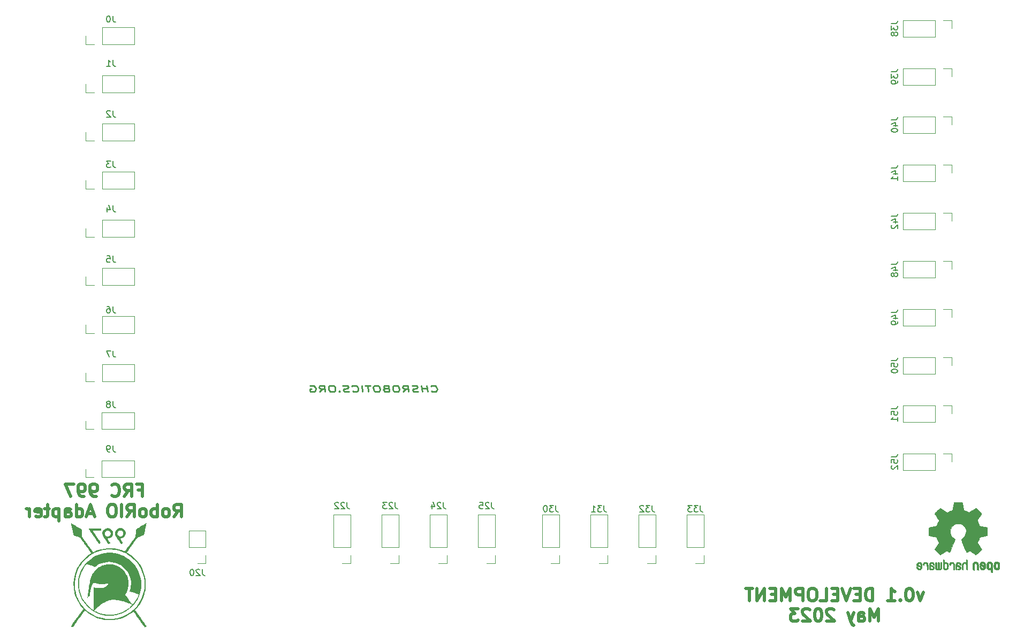
<source format=gbr>
%TF.GenerationSoftware,KiCad,Pcbnew,6.0.11-2627ca5db0~126~ubuntu22.04.1*%
%TF.CreationDate,2023-05-12T19:19:22-07:00*%
%TF.ProjectId,Roborio board,526f626f-7269-46f2-9062-6f6172642e6b,rev?*%
%TF.SameCoordinates,Original*%
%TF.FileFunction,Legend,Bot*%
%TF.FilePolarity,Positive*%
%FSLAX46Y46*%
G04 Gerber Fmt 4.6, Leading zero omitted, Abs format (unit mm)*
G04 Created by KiCad (PCBNEW 6.0.11-2627ca5db0~126~ubuntu22.04.1) date 2023-05-12 19:19:22*
%MOMM*%
%LPD*%
G01*
G04 APERTURE LIST*
%ADD10C,0.250000*%
%ADD11C,0.500000*%
%ADD12C,0.150000*%
%ADD13C,0.120000*%
%ADD14C,0.010000*%
G04 APERTURE END LIST*
D10*
X120475625Y-107607142D02*
X120553005Y-107654761D01*
X120773244Y-107702380D01*
X120916101Y-107702380D01*
X121124434Y-107654761D01*
X121255386Y-107559523D01*
X121314910Y-107464285D01*
X121362529Y-107273809D01*
X121344672Y-107130952D01*
X121249434Y-106940476D01*
X121166101Y-106845238D01*
X121011339Y-106750000D01*
X120791101Y-106702380D01*
X120648244Y-106702380D01*
X120439910Y-106750000D01*
X120374434Y-106797619D01*
X119844672Y-107702380D02*
X119719672Y-106702380D01*
X119779196Y-107178571D02*
X118922053Y-107178571D01*
X118987529Y-107702380D02*
X118862529Y-106702380D01*
X118338720Y-107654761D02*
X118130386Y-107702380D01*
X117773244Y-107702380D01*
X117624434Y-107654761D01*
X117547053Y-107607142D01*
X117463720Y-107511904D01*
X117451815Y-107416666D01*
X117511339Y-107321428D01*
X117576815Y-107273809D01*
X117713720Y-107226190D01*
X117993482Y-107178571D01*
X118130386Y-107130952D01*
X118195863Y-107083333D01*
X118255386Y-106988095D01*
X118243482Y-106892857D01*
X118160148Y-106797619D01*
X118082767Y-106750000D01*
X117933958Y-106702380D01*
X117576815Y-106702380D01*
X117368482Y-106750000D01*
X115987529Y-107702380D02*
X116428005Y-107226190D01*
X116844672Y-107702380D02*
X116719672Y-106702380D01*
X116148244Y-106702380D01*
X116011339Y-106750000D01*
X115945863Y-106797619D01*
X115886339Y-106892857D01*
X115904196Y-107035714D01*
X115987529Y-107130952D01*
X116064910Y-107178571D01*
X116213720Y-107226190D01*
X116785148Y-107226190D01*
X114933958Y-106702380D02*
X114648244Y-106702380D01*
X114511339Y-106750000D01*
X114380386Y-106845238D01*
X114332767Y-107035714D01*
X114374434Y-107369047D01*
X114469672Y-107559523D01*
X114624434Y-107654761D01*
X114773244Y-107702380D01*
X115058958Y-107702380D01*
X115195863Y-107654761D01*
X115326815Y-107559523D01*
X115374434Y-107369047D01*
X115332767Y-107035714D01*
X115237529Y-106845238D01*
X115082767Y-106750000D01*
X114933958Y-106702380D01*
X113207767Y-107178571D02*
X112999434Y-107226190D01*
X112933958Y-107273809D01*
X112874434Y-107369047D01*
X112892291Y-107511904D01*
X112975625Y-107607142D01*
X113053005Y-107654761D01*
X113201815Y-107702380D01*
X113773244Y-107702380D01*
X113648244Y-106702380D01*
X113148244Y-106702380D01*
X113011339Y-106750000D01*
X112945863Y-106797619D01*
X112886339Y-106892857D01*
X112898244Y-106988095D01*
X112981577Y-107083333D01*
X113058958Y-107130952D01*
X113207767Y-107178571D01*
X113707767Y-107178571D01*
X111862529Y-106702380D02*
X111576815Y-106702380D01*
X111439910Y-106750000D01*
X111308958Y-106845238D01*
X111261339Y-107035714D01*
X111303005Y-107369047D01*
X111398244Y-107559523D01*
X111553005Y-107654761D01*
X111701815Y-107702380D01*
X111987529Y-107702380D01*
X112124434Y-107654761D01*
X112255386Y-107559523D01*
X112303005Y-107369047D01*
X112261339Y-107035714D01*
X112166101Y-106845238D01*
X112011339Y-106750000D01*
X111862529Y-106702380D01*
X110791101Y-106702380D02*
X109933958Y-106702380D01*
X110487529Y-107702380D02*
X110362529Y-106702380D01*
X109558958Y-107702380D02*
X109433958Y-106702380D01*
X107975625Y-107607142D02*
X108053005Y-107654761D01*
X108273244Y-107702380D01*
X108416101Y-107702380D01*
X108624434Y-107654761D01*
X108755386Y-107559523D01*
X108814910Y-107464285D01*
X108862529Y-107273809D01*
X108844672Y-107130952D01*
X108749434Y-106940476D01*
X108666101Y-106845238D01*
X108511339Y-106750000D01*
X108291101Y-106702380D01*
X108148244Y-106702380D01*
X107939910Y-106750000D01*
X107874434Y-106797619D01*
X107410148Y-107654761D02*
X107201815Y-107702380D01*
X106844672Y-107702380D01*
X106695863Y-107654761D01*
X106618482Y-107607142D01*
X106535148Y-107511904D01*
X106523244Y-107416666D01*
X106582767Y-107321428D01*
X106648244Y-107273809D01*
X106785148Y-107226190D01*
X107064910Y-107178571D01*
X107201815Y-107130952D01*
X107267291Y-107083333D01*
X107326815Y-106988095D01*
X107314910Y-106892857D01*
X107231577Y-106797619D01*
X107154196Y-106750000D01*
X107005386Y-106702380D01*
X106648244Y-106702380D01*
X106439910Y-106750000D01*
X105904196Y-107607142D02*
X105838720Y-107654761D01*
X105916101Y-107702380D01*
X105981577Y-107654761D01*
X105904196Y-107607142D01*
X105916101Y-107702380D01*
X104791101Y-106702380D02*
X104505386Y-106702380D01*
X104368482Y-106750000D01*
X104237529Y-106845238D01*
X104189910Y-107035714D01*
X104231577Y-107369047D01*
X104326815Y-107559523D01*
X104481577Y-107654761D01*
X104630386Y-107702380D01*
X104916101Y-107702380D01*
X105053005Y-107654761D01*
X105183958Y-107559523D01*
X105231577Y-107369047D01*
X105189910Y-107035714D01*
X105094672Y-106845238D01*
X104939910Y-106750000D01*
X104791101Y-106702380D01*
X102773244Y-107702380D02*
X103213720Y-107226190D01*
X103630386Y-107702380D02*
X103505386Y-106702380D01*
X102933958Y-106702380D01*
X102797053Y-106750000D01*
X102731577Y-106797619D01*
X102672053Y-106892857D01*
X102689910Y-107035714D01*
X102773244Y-107130952D01*
X102850625Y-107178571D01*
X102999434Y-107226190D01*
X103570863Y-107226190D01*
X101225625Y-106750000D02*
X101362529Y-106702380D01*
X101576815Y-106702380D01*
X101797053Y-106750000D01*
X101951815Y-106845238D01*
X102035148Y-106940476D01*
X102130386Y-107130952D01*
X102148244Y-107273809D01*
X102100625Y-107464285D01*
X102041101Y-107559523D01*
X101910148Y-107654761D01*
X101701815Y-107702380D01*
X101558958Y-107702380D01*
X101338720Y-107654761D01*
X101261339Y-107607142D01*
X101219672Y-107273809D01*
X101505386Y-107273809D01*
D11*
X74083333Y-123247142D02*
X74750000Y-123247142D01*
X74750000Y-124294761D02*
X74750000Y-122294761D01*
X73797619Y-122294761D01*
X71892857Y-124294761D02*
X72559523Y-123342380D01*
X73035714Y-124294761D02*
X73035714Y-122294761D01*
X72273809Y-122294761D01*
X72083333Y-122390000D01*
X71988095Y-122485238D01*
X71892857Y-122675714D01*
X71892857Y-122961428D01*
X71988095Y-123151904D01*
X72083333Y-123247142D01*
X72273809Y-123342380D01*
X73035714Y-123342380D01*
X69892857Y-124104285D02*
X69988095Y-124199523D01*
X70273809Y-124294761D01*
X70464285Y-124294761D01*
X70750000Y-124199523D01*
X70940476Y-124009047D01*
X71035714Y-123818571D01*
X71130952Y-123437619D01*
X71130952Y-123151904D01*
X71035714Y-122770952D01*
X70940476Y-122580476D01*
X70750000Y-122390000D01*
X70464285Y-122294761D01*
X70273809Y-122294761D01*
X69988095Y-122390000D01*
X69892857Y-122485238D01*
X67416666Y-124294761D02*
X67035714Y-124294761D01*
X66845238Y-124199523D01*
X66750000Y-124104285D01*
X66559523Y-123818571D01*
X66464285Y-123437619D01*
X66464285Y-122675714D01*
X66559523Y-122485238D01*
X66654761Y-122390000D01*
X66845238Y-122294761D01*
X67226190Y-122294761D01*
X67416666Y-122390000D01*
X67511904Y-122485238D01*
X67607142Y-122675714D01*
X67607142Y-123151904D01*
X67511904Y-123342380D01*
X67416666Y-123437619D01*
X67226190Y-123532857D01*
X66845238Y-123532857D01*
X66654761Y-123437619D01*
X66559523Y-123342380D01*
X66464285Y-123151904D01*
X65511904Y-124294761D02*
X65130952Y-124294761D01*
X64940476Y-124199523D01*
X64845238Y-124104285D01*
X64654761Y-123818571D01*
X64559523Y-123437619D01*
X64559523Y-122675714D01*
X64654761Y-122485238D01*
X64750000Y-122390000D01*
X64940476Y-122294761D01*
X65321428Y-122294761D01*
X65511904Y-122390000D01*
X65607142Y-122485238D01*
X65702380Y-122675714D01*
X65702380Y-123151904D01*
X65607142Y-123342380D01*
X65511904Y-123437619D01*
X65321428Y-123532857D01*
X64940476Y-123532857D01*
X64750000Y-123437619D01*
X64654761Y-123342380D01*
X64559523Y-123151904D01*
X63892857Y-122294761D02*
X62559523Y-122294761D01*
X63416666Y-124294761D01*
X79750000Y-127514761D02*
X80416666Y-126562380D01*
X80892857Y-127514761D02*
X80892857Y-125514761D01*
X80130952Y-125514761D01*
X79940476Y-125610000D01*
X79845238Y-125705238D01*
X79750000Y-125895714D01*
X79750000Y-126181428D01*
X79845238Y-126371904D01*
X79940476Y-126467142D01*
X80130952Y-126562380D01*
X80892857Y-126562380D01*
X78607142Y-127514761D02*
X78797619Y-127419523D01*
X78892857Y-127324285D01*
X78988095Y-127133809D01*
X78988095Y-126562380D01*
X78892857Y-126371904D01*
X78797619Y-126276666D01*
X78607142Y-126181428D01*
X78321428Y-126181428D01*
X78130952Y-126276666D01*
X78035714Y-126371904D01*
X77940476Y-126562380D01*
X77940476Y-127133809D01*
X78035714Y-127324285D01*
X78130952Y-127419523D01*
X78321428Y-127514761D01*
X78607142Y-127514761D01*
X77083333Y-127514761D02*
X77083333Y-125514761D01*
X77083333Y-126276666D02*
X76892857Y-126181428D01*
X76511904Y-126181428D01*
X76321428Y-126276666D01*
X76226190Y-126371904D01*
X76130952Y-126562380D01*
X76130952Y-127133809D01*
X76226190Y-127324285D01*
X76321428Y-127419523D01*
X76511904Y-127514761D01*
X76892857Y-127514761D01*
X77083333Y-127419523D01*
X74988095Y-127514761D02*
X75178571Y-127419523D01*
X75273809Y-127324285D01*
X75369047Y-127133809D01*
X75369047Y-126562380D01*
X75273809Y-126371904D01*
X75178571Y-126276666D01*
X74988095Y-126181428D01*
X74702380Y-126181428D01*
X74511904Y-126276666D01*
X74416666Y-126371904D01*
X74321428Y-126562380D01*
X74321428Y-127133809D01*
X74416666Y-127324285D01*
X74511904Y-127419523D01*
X74702380Y-127514761D01*
X74988095Y-127514761D01*
X72321428Y-127514761D02*
X72988095Y-126562380D01*
X73464285Y-127514761D02*
X73464285Y-125514761D01*
X72702380Y-125514761D01*
X72511904Y-125610000D01*
X72416666Y-125705238D01*
X72321428Y-125895714D01*
X72321428Y-126181428D01*
X72416666Y-126371904D01*
X72511904Y-126467142D01*
X72702380Y-126562380D01*
X73464285Y-126562380D01*
X71464285Y-127514761D02*
X71464285Y-125514761D01*
X70130952Y-125514761D02*
X69750000Y-125514761D01*
X69559523Y-125610000D01*
X69369047Y-125800476D01*
X69273809Y-126181428D01*
X69273809Y-126848095D01*
X69369047Y-127229047D01*
X69559523Y-127419523D01*
X69750000Y-127514761D01*
X70130952Y-127514761D01*
X70321428Y-127419523D01*
X70511904Y-127229047D01*
X70607142Y-126848095D01*
X70607142Y-126181428D01*
X70511904Y-125800476D01*
X70321428Y-125610000D01*
X70130952Y-125514761D01*
X66988095Y-126943333D02*
X66035714Y-126943333D01*
X67178571Y-127514761D02*
X66511904Y-125514761D01*
X65845238Y-127514761D01*
X64321428Y-127514761D02*
X64321428Y-125514761D01*
X64321428Y-127419523D02*
X64511904Y-127514761D01*
X64892857Y-127514761D01*
X65083333Y-127419523D01*
X65178571Y-127324285D01*
X65273809Y-127133809D01*
X65273809Y-126562380D01*
X65178571Y-126371904D01*
X65083333Y-126276666D01*
X64892857Y-126181428D01*
X64511904Y-126181428D01*
X64321428Y-126276666D01*
X62511904Y-127514761D02*
X62511904Y-126467142D01*
X62607142Y-126276666D01*
X62797619Y-126181428D01*
X63178571Y-126181428D01*
X63369047Y-126276666D01*
X62511904Y-127419523D02*
X62702380Y-127514761D01*
X63178571Y-127514761D01*
X63369047Y-127419523D01*
X63464285Y-127229047D01*
X63464285Y-127038571D01*
X63369047Y-126848095D01*
X63178571Y-126752857D01*
X62702380Y-126752857D01*
X62511904Y-126657619D01*
X61559523Y-126181428D02*
X61559523Y-128181428D01*
X61559523Y-126276666D02*
X61369047Y-126181428D01*
X60988095Y-126181428D01*
X60797619Y-126276666D01*
X60702380Y-126371904D01*
X60607142Y-126562380D01*
X60607142Y-127133809D01*
X60702380Y-127324285D01*
X60797619Y-127419523D01*
X60988095Y-127514761D01*
X61369047Y-127514761D01*
X61559523Y-127419523D01*
X60035714Y-126181428D02*
X59273809Y-126181428D01*
X59750000Y-125514761D02*
X59750000Y-127229047D01*
X59654761Y-127419523D01*
X59464285Y-127514761D01*
X59273809Y-127514761D01*
X57845238Y-127419523D02*
X58035714Y-127514761D01*
X58416666Y-127514761D01*
X58607142Y-127419523D01*
X58702380Y-127229047D01*
X58702380Y-126467142D01*
X58607142Y-126276666D01*
X58416666Y-126181428D01*
X58035714Y-126181428D01*
X57845238Y-126276666D01*
X57750000Y-126467142D01*
X57750000Y-126657619D01*
X58702380Y-126848095D01*
X56892857Y-127514761D02*
X56892857Y-126181428D01*
X56892857Y-126562380D02*
X56797619Y-126371904D01*
X56702380Y-126276666D01*
X56511904Y-126181428D01*
X56321428Y-126181428D01*
X198250000Y-139461428D02*
X197773809Y-140794761D01*
X197297619Y-139461428D01*
X196154761Y-138794761D02*
X195964285Y-138794761D01*
X195773809Y-138890000D01*
X195678571Y-138985238D01*
X195583333Y-139175714D01*
X195488095Y-139556666D01*
X195488095Y-140032857D01*
X195583333Y-140413809D01*
X195678571Y-140604285D01*
X195773809Y-140699523D01*
X195964285Y-140794761D01*
X196154761Y-140794761D01*
X196345238Y-140699523D01*
X196440476Y-140604285D01*
X196535714Y-140413809D01*
X196630952Y-140032857D01*
X196630952Y-139556666D01*
X196535714Y-139175714D01*
X196440476Y-138985238D01*
X196345238Y-138890000D01*
X196154761Y-138794761D01*
X194630952Y-140604285D02*
X194535714Y-140699523D01*
X194630952Y-140794761D01*
X194726190Y-140699523D01*
X194630952Y-140604285D01*
X194630952Y-140794761D01*
X192630952Y-140794761D02*
X193773809Y-140794761D01*
X193202380Y-140794761D02*
X193202380Y-138794761D01*
X193392857Y-139080476D01*
X193583333Y-139270952D01*
X193773809Y-139366190D01*
X190250000Y-140794761D02*
X190250000Y-138794761D01*
X189773809Y-138794761D01*
X189488095Y-138890000D01*
X189297619Y-139080476D01*
X189202380Y-139270952D01*
X189107142Y-139651904D01*
X189107142Y-139937619D01*
X189202380Y-140318571D01*
X189297619Y-140509047D01*
X189488095Y-140699523D01*
X189773809Y-140794761D01*
X190250000Y-140794761D01*
X188250000Y-139747142D02*
X187583333Y-139747142D01*
X187297619Y-140794761D02*
X188250000Y-140794761D01*
X188250000Y-138794761D01*
X187297619Y-138794761D01*
X186726190Y-138794761D02*
X186059523Y-140794761D01*
X185392857Y-138794761D01*
X184726190Y-139747142D02*
X184059523Y-139747142D01*
X183773809Y-140794761D02*
X184726190Y-140794761D01*
X184726190Y-138794761D01*
X183773809Y-138794761D01*
X181964285Y-140794761D02*
X182916666Y-140794761D01*
X182916666Y-138794761D01*
X180916666Y-138794761D02*
X180535714Y-138794761D01*
X180345238Y-138890000D01*
X180154761Y-139080476D01*
X180059523Y-139461428D01*
X180059523Y-140128095D01*
X180154761Y-140509047D01*
X180345238Y-140699523D01*
X180535714Y-140794761D01*
X180916666Y-140794761D01*
X181107142Y-140699523D01*
X181297619Y-140509047D01*
X181392857Y-140128095D01*
X181392857Y-139461428D01*
X181297619Y-139080476D01*
X181107142Y-138890000D01*
X180916666Y-138794761D01*
X179202380Y-140794761D02*
X179202380Y-138794761D01*
X178440476Y-138794761D01*
X178250000Y-138890000D01*
X178154761Y-138985238D01*
X178059523Y-139175714D01*
X178059523Y-139461428D01*
X178154761Y-139651904D01*
X178250000Y-139747142D01*
X178440476Y-139842380D01*
X179202380Y-139842380D01*
X177202380Y-140794761D02*
X177202380Y-138794761D01*
X176535714Y-140223333D01*
X175869047Y-138794761D01*
X175869047Y-140794761D01*
X174916666Y-139747142D02*
X174250000Y-139747142D01*
X173964285Y-140794761D02*
X174916666Y-140794761D01*
X174916666Y-138794761D01*
X173964285Y-138794761D01*
X173107142Y-140794761D02*
X173107142Y-138794761D01*
X171964285Y-140794761D01*
X171964285Y-138794761D01*
X171297619Y-138794761D02*
X170154761Y-138794761D01*
X170726190Y-140794761D02*
X170726190Y-138794761D01*
X191154761Y-144014761D02*
X191154761Y-142014761D01*
X190488095Y-143443333D01*
X189821428Y-142014761D01*
X189821428Y-144014761D01*
X188011904Y-144014761D02*
X188011904Y-142967142D01*
X188107142Y-142776666D01*
X188297619Y-142681428D01*
X188678571Y-142681428D01*
X188869047Y-142776666D01*
X188011904Y-143919523D02*
X188202380Y-144014761D01*
X188678571Y-144014761D01*
X188869047Y-143919523D01*
X188964285Y-143729047D01*
X188964285Y-143538571D01*
X188869047Y-143348095D01*
X188678571Y-143252857D01*
X188202380Y-143252857D01*
X188011904Y-143157619D01*
X187250000Y-142681428D02*
X186773809Y-144014761D01*
X186297619Y-142681428D02*
X186773809Y-144014761D01*
X186964285Y-144490952D01*
X187059523Y-144586190D01*
X187250000Y-144681428D01*
X184107142Y-142205238D02*
X184011904Y-142110000D01*
X183821428Y-142014761D01*
X183345238Y-142014761D01*
X183154761Y-142110000D01*
X183059523Y-142205238D01*
X182964285Y-142395714D01*
X182964285Y-142586190D01*
X183059523Y-142871904D01*
X184202380Y-144014761D01*
X182964285Y-144014761D01*
X181726190Y-142014761D02*
X181535714Y-142014761D01*
X181345238Y-142110000D01*
X181250000Y-142205238D01*
X181154761Y-142395714D01*
X181059523Y-142776666D01*
X181059523Y-143252857D01*
X181154761Y-143633809D01*
X181250000Y-143824285D01*
X181345238Y-143919523D01*
X181535714Y-144014761D01*
X181726190Y-144014761D01*
X181916666Y-143919523D01*
X182011904Y-143824285D01*
X182107142Y-143633809D01*
X182202380Y-143252857D01*
X182202380Y-142776666D01*
X182107142Y-142395714D01*
X182011904Y-142205238D01*
X181916666Y-142110000D01*
X181726190Y-142014761D01*
X180297619Y-142205238D02*
X180202380Y-142110000D01*
X180011904Y-142014761D01*
X179535714Y-142014761D01*
X179345238Y-142110000D01*
X179250000Y-142205238D01*
X179154761Y-142395714D01*
X179154761Y-142586190D01*
X179250000Y-142871904D01*
X180392857Y-144014761D01*
X179154761Y-144014761D01*
X178488095Y-142014761D02*
X177250000Y-142014761D01*
X177916666Y-142776666D01*
X177630952Y-142776666D01*
X177440476Y-142871904D01*
X177345238Y-142967142D01*
X177250000Y-143157619D01*
X177250000Y-143633809D01*
X177345238Y-143824285D01*
X177440476Y-143919523D01*
X177630952Y-144014761D01*
X178202380Y-144014761D01*
X178392857Y-143919523D01*
X178488095Y-143824285D01*
D12*
%TO.C,J7*%
X70083333Y-101202380D02*
X70083333Y-101916666D01*
X70130952Y-102059523D01*
X70226190Y-102154761D01*
X70369047Y-102202380D01*
X70464285Y-102202380D01*
X69702380Y-101202380D02*
X69035714Y-101202380D01*
X69464285Y-102202380D01*
%TO.C,J25*%
X129980623Y-125202380D02*
X129980623Y-125916666D01*
X130028242Y-126059523D01*
X130123480Y-126154761D01*
X130266338Y-126202380D01*
X130361576Y-126202380D01*
X129552052Y-125297619D02*
X129504433Y-125250000D01*
X129409195Y-125202380D01*
X129171100Y-125202380D01*
X129075861Y-125250000D01*
X129028242Y-125297619D01*
X128980623Y-125392857D01*
X128980623Y-125488095D01*
X129028242Y-125630952D01*
X129599671Y-126202380D01*
X128980623Y-126202380D01*
X128075861Y-125202380D02*
X128552052Y-125202380D01*
X128599671Y-125678571D01*
X128552052Y-125630952D01*
X128456814Y-125583333D01*
X128218719Y-125583333D01*
X128123480Y-125630952D01*
X128075861Y-125678571D01*
X128028242Y-125773809D01*
X128028242Y-126011904D01*
X128075861Y-126107142D01*
X128123480Y-126154761D01*
X128218719Y-126202380D01*
X128456814Y-126202380D01*
X128552052Y-126154761D01*
X128599671Y-126107142D01*
%TO.C,J8*%
X70083333Y-109202380D02*
X70083333Y-109916666D01*
X70130952Y-110059523D01*
X70226190Y-110154761D01*
X70369047Y-110202380D01*
X70464285Y-110202380D01*
X69464285Y-109630952D02*
X69559523Y-109583333D01*
X69607142Y-109535714D01*
X69654761Y-109440476D01*
X69654761Y-109392857D01*
X69607142Y-109297619D01*
X69559523Y-109250000D01*
X69464285Y-109202380D01*
X69273809Y-109202380D01*
X69178571Y-109250000D01*
X69130952Y-109297619D01*
X69083333Y-109392857D01*
X69083333Y-109440476D01*
X69130952Y-109535714D01*
X69178571Y-109583333D01*
X69273809Y-109630952D01*
X69464285Y-109630952D01*
X69559523Y-109678571D01*
X69607142Y-109726190D01*
X69654761Y-109821428D01*
X69654761Y-110011904D01*
X69607142Y-110107142D01*
X69559523Y-110154761D01*
X69464285Y-110202380D01*
X69273809Y-110202380D01*
X69178571Y-110154761D01*
X69130952Y-110107142D01*
X69083333Y-110011904D01*
X69083333Y-109821428D01*
X69130952Y-109726190D01*
X69178571Y-109678571D01*
X69273809Y-109630952D01*
%TO.C,J50*%
X193202380Y-102752276D02*
X193916666Y-102752276D01*
X194059523Y-102704657D01*
X194154761Y-102609419D01*
X194202380Y-102466561D01*
X194202380Y-102371323D01*
X193202380Y-103704657D02*
X193202380Y-103228466D01*
X193678571Y-103180847D01*
X193630952Y-103228466D01*
X193583333Y-103323704D01*
X193583333Y-103561800D01*
X193630952Y-103657038D01*
X193678571Y-103704657D01*
X193773809Y-103752276D01*
X194011904Y-103752276D01*
X194107142Y-103704657D01*
X194154761Y-103657038D01*
X194202380Y-103561800D01*
X194202380Y-103323704D01*
X194154761Y-103228466D01*
X194107142Y-103180847D01*
X193202380Y-104371323D02*
X193202380Y-104466561D01*
X193250000Y-104561800D01*
X193297619Y-104609419D01*
X193392857Y-104657038D01*
X193583333Y-104704657D01*
X193821428Y-104704657D01*
X194011904Y-104657038D01*
X194107142Y-104609419D01*
X194154761Y-104561800D01*
X194202380Y-104466561D01*
X194202380Y-104371323D01*
X194154761Y-104276085D01*
X194107142Y-104228466D01*
X194011904Y-104180847D01*
X193821428Y-104133228D01*
X193583333Y-104133228D01*
X193392857Y-104180847D01*
X193297619Y-104228466D01*
X193250000Y-104276085D01*
X193202380Y-104371323D01*
%TO.C,J32*%
X155380623Y-125702380D02*
X155380623Y-126416666D01*
X155428242Y-126559523D01*
X155523480Y-126654761D01*
X155666338Y-126702380D01*
X155761576Y-126702380D01*
X154999671Y-125702380D02*
X154380623Y-125702380D01*
X154713957Y-126083333D01*
X154571100Y-126083333D01*
X154475861Y-126130952D01*
X154428242Y-126178571D01*
X154380623Y-126273809D01*
X154380623Y-126511904D01*
X154428242Y-126607142D01*
X154475861Y-126654761D01*
X154571100Y-126702380D01*
X154856814Y-126702380D01*
X154952052Y-126654761D01*
X154999671Y-126607142D01*
X153999671Y-125797619D02*
X153952052Y-125750000D01*
X153856814Y-125702380D01*
X153618719Y-125702380D01*
X153523480Y-125750000D01*
X153475861Y-125797619D01*
X153428242Y-125892857D01*
X153428242Y-125988095D01*
X153475861Y-126130952D01*
X154047290Y-126702380D01*
X153428242Y-126702380D01*
%TO.C,J24*%
X122360623Y-125202380D02*
X122360623Y-125916666D01*
X122408242Y-126059523D01*
X122503480Y-126154761D01*
X122646338Y-126202380D01*
X122741576Y-126202380D01*
X121932052Y-125297619D02*
X121884433Y-125250000D01*
X121789195Y-125202380D01*
X121551100Y-125202380D01*
X121455861Y-125250000D01*
X121408242Y-125297619D01*
X121360623Y-125392857D01*
X121360623Y-125488095D01*
X121408242Y-125630952D01*
X121979671Y-126202380D01*
X121360623Y-126202380D01*
X120503480Y-125535714D02*
X120503480Y-126202380D01*
X120741576Y-125154761D02*
X120979671Y-125869047D01*
X120360623Y-125869047D01*
%TO.C,J6*%
X70083333Y-94202380D02*
X70083333Y-94916666D01*
X70130952Y-95059523D01*
X70226190Y-95154761D01*
X70369047Y-95202380D01*
X70464285Y-95202380D01*
X69178571Y-94202380D02*
X69369047Y-94202380D01*
X69464285Y-94250000D01*
X69511904Y-94297619D01*
X69607142Y-94440476D01*
X69654761Y-94630952D01*
X69654761Y-95011904D01*
X69607142Y-95107142D01*
X69559523Y-95154761D01*
X69464285Y-95202380D01*
X69273809Y-95202380D01*
X69178571Y-95154761D01*
X69130952Y-95107142D01*
X69083333Y-95011904D01*
X69083333Y-94773809D01*
X69130952Y-94678571D01*
X69178571Y-94630952D01*
X69273809Y-94583333D01*
X69464285Y-94583333D01*
X69559523Y-94630952D01*
X69607142Y-94678571D01*
X69654761Y-94773809D01*
%TO.C,J52*%
X193202380Y-117992276D02*
X193916666Y-117992276D01*
X194059523Y-117944657D01*
X194154761Y-117849419D01*
X194202380Y-117706561D01*
X194202380Y-117611323D01*
X193202380Y-118944657D02*
X193202380Y-118468466D01*
X193678571Y-118420847D01*
X193630952Y-118468466D01*
X193583333Y-118563704D01*
X193583333Y-118801800D01*
X193630952Y-118897038D01*
X193678571Y-118944657D01*
X193773809Y-118992276D01*
X194011904Y-118992276D01*
X194107142Y-118944657D01*
X194154761Y-118897038D01*
X194202380Y-118801800D01*
X194202380Y-118563704D01*
X194154761Y-118468466D01*
X194107142Y-118420847D01*
X193297619Y-119373228D02*
X193250000Y-119420847D01*
X193202380Y-119516085D01*
X193202380Y-119754180D01*
X193250000Y-119849419D01*
X193297619Y-119897038D01*
X193392857Y-119944657D01*
X193488095Y-119944657D01*
X193630952Y-119897038D01*
X194202380Y-119325609D01*
X194202380Y-119944657D01*
%TO.C,J33*%
X163000623Y-125702380D02*
X163000623Y-126416666D01*
X163048242Y-126559523D01*
X163143480Y-126654761D01*
X163286338Y-126702380D01*
X163381576Y-126702380D01*
X162619671Y-125702380D02*
X162000623Y-125702380D01*
X162333957Y-126083333D01*
X162191100Y-126083333D01*
X162095861Y-126130952D01*
X162048242Y-126178571D01*
X162000623Y-126273809D01*
X162000623Y-126511904D01*
X162048242Y-126607142D01*
X162095861Y-126654761D01*
X162191100Y-126702380D01*
X162476814Y-126702380D01*
X162572052Y-126654761D01*
X162619671Y-126607142D01*
X161667290Y-125702380D02*
X161048242Y-125702380D01*
X161381576Y-126083333D01*
X161238719Y-126083333D01*
X161143480Y-126130952D01*
X161095861Y-126178571D01*
X161048242Y-126273809D01*
X161048242Y-126511904D01*
X161095861Y-126607142D01*
X161143480Y-126654761D01*
X161238719Y-126702380D01*
X161524433Y-126702380D01*
X161619671Y-126654761D01*
X161667290Y-126607142D01*
%TO.C,J49*%
X193202380Y-95132276D02*
X193916666Y-95132276D01*
X194059523Y-95084657D01*
X194154761Y-94989419D01*
X194202380Y-94846561D01*
X194202380Y-94751323D01*
X193535714Y-96037038D02*
X194202380Y-96037038D01*
X193154761Y-95798942D02*
X193869047Y-95560847D01*
X193869047Y-96179895D01*
X194202380Y-96608466D02*
X194202380Y-96798942D01*
X194154761Y-96894180D01*
X194107142Y-96941800D01*
X193964285Y-97037038D01*
X193773809Y-97084657D01*
X193392857Y-97084657D01*
X193297619Y-97037038D01*
X193250000Y-96989419D01*
X193202380Y-96894180D01*
X193202380Y-96703704D01*
X193250000Y-96608466D01*
X193297619Y-96560847D01*
X193392857Y-96513228D01*
X193630952Y-96513228D01*
X193726190Y-96560847D01*
X193773809Y-96608466D01*
X193821428Y-96703704D01*
X193821428Y-96894180D01*
X193773809Y-96989419D01*
X193726190Y-97037038D01*
X193630952Y-97084657D01*
%TO.C,J41*%
X193202380Y-72272276D02*
X193916666Y-72272276D01*
X194059523Y-72224657D01*
X194154761Y-72129419D01*
X194202380Y-71986561D01*
X194202380Y-71891323D01*
X193535714Y-73177038D02*
X194202380Y-73177038D01*
X193154761Y-72938942D02*
X193869047Y-72700847D01*
X193869047Y-73319895D01*
X194202380Y-74224657D02*
X194202380Y-73653228D01*
X194202380Y-73938942D02*
X193202380Y-73938942D01*
X193345238Y-73843704D01*
X193440476Y-73748466D01*
X193488095Y-73653228D01*
%TO.C,J0*%
X70083333Y-48202380D02*
X70083333Y-48916666D01*
X70130952Y-49059523D01*
X70226190Y-49154761D01*
X70369047Y-49202380D01*
X70464285Y-49202380D01*
X69416666Y-48202380D02*
X69321428Y-48202380D01*
X69226190Y-48250000D01*
X69178571Y-48297619D01*
X69130952Y-48392857D01*
X69083333Y-48583333D01*
X69083333Y-48821428D01*
X69130952Y-49011904D01*
X69178571Y-49107142D01*
X69226190Y-49154761D01*
X69321428Y-49202380D01*
X69416666Y-49202380D01*
X69511904Y-49154761D01*
X69559523Y-49107142D01*
X69607142Y-49011904D01*
X69654761Y-48821428D01*
X69654761Y-48583333D01*
X69607142Y-48392857D01*
X69559523Y-48297619D01*
X69511904Y-48250000D01*
X69416666Y-48202380D01*
%TO.C,J1*%
X70083333Y-55202380D02*
X70083333Y-55916666D01*
X70130952Y-56059523D01*
X70226190Y-56154761D01*
X70369047Y-56202380D01*
X70464285Y-56202380D01*
X69083333Y-56202380D02*
X69654761Y-56202380D01*
X69369047Y-56202380D02*
X69369047Y-55202380D01*
X69464285Y-55345238D01*
X69559523Y-55440476D01*
X69654761Y-55488095D01*
%TO.C,J20*%
X84235223Y-135781580D02*
X84235223Y-136495866D01*
X84282842Y-136638723D01*
X84378080Y-136733961D01*
X84520938Y-136781580D01*
X84616176Y-136781580D01*
X83806652Y-135876819D02*
X83759033Y-135829200D01*
X83663795Y-135781580D01*
X83425700Y-135781580D01*
X83330461Y-135829200D01*
X83282842Y-135876819D01*
X83235223Y-135972057D01*
X83235223Y-136067295D01*
X83282842Y-136210152D01*
X83854271Y-136781580D01*
X83235223Y-136781580D01*
X82616176Y-135781580D02*
X82520938Y-135781580D01*
X82425700Y-135829200D01*
X82378080Y-135876819D01*
X82330461Y-135972057D01*
X82282842Y-136162533D01*
X82282842Y-136400628D01*
X82330461Y-136591104D01*
X82378080Y-136686342D01*
X82425700Y-136733961D01*
X82520938Y-136781580D01*
X82616176Y-136781580D01*
X82711414Y-136733961D01*
X82759033Y-136686342D01*
X82806652Y-136591104D01*
X82854271Y-136400628D01*
X82854271Y-136162533D01*
X82806652Y-135972057D01*
X82759033Y-135876819D01*
X82711414Y-135829200D01*
X82616176Y-135781580D01*
%TO.C,J31*%
X147760623Y-125702380D02*
X147760623Y-126416666D01*
X147808242Y-126559523D01*
X147903480Y-126654761D01*
X148046338Y-126702380D01*
X148141576Y-126702380D01*
X147379671Y-125702380D02*
X146760623Y-125702380D01*
X147093957Y-126083333D01*
X146951100Y-126083333D01*
X146855861Y-126130952D01*
X146808242Y-126178571D01*
X146760623Y-126273809D01*
X146760623Y-126511904D01*
X146808242Y-126607142D01*
X146855861Y-126654761D01*
X146951100Y-126702380D01*
X147236814Y-126702380D01*
X147332052Y-126654761D01*
X147379671Y-126607142D01*
X145808242Y-126702380D02*
X146379671Y-126702380D01*
X146093957Y-126702380D02*
X146093957Y-125702380D01*
X146189195Y-125845238D01*
X146284433Y-125940476D01*
X146379671Y-125988095D01*
%TO.C,J42*%
X193202380Y-79940476D02*
X193916666Y-79940476D01*
X194059523Y-79892857D01*
X194154761Y-79797619D01*
X194202380Y-79654761D01*
X194202380Y-79559523D01*
X193535714Y-80845238D02*
X194202380Y-80845238D01*
X193154761Y-80607142D02*
X193869047Y-80369047D01*
X193869047Y-80988095D01*
X193297619Y-81321428D02*
X193250000Y-81369047D01*
X193202380Y-81464285D01*
X193202380Y-81702380D01*
X193250000Y-81797619D01*
X193297619Y-81845238D01*
X193392857Y-81892857D01*
X193488095Y-81892857D01*
X193630952Y-81845238D01*
X194202380Y-81273809D01*
X194202380Y-81892857D01*
%TO.C,J23*%
X114740623Y-125202380D02*
X114740623Y-125916666D01*
X114788242Y-126059523D01*
X114883480Y-126154761D01*
X115026338Y-126202380D01*
X115121576Y-126202380D01*
X114312052Y-125297619D02*
X114264433Y-125250000D01*
X114169195Y-125202380D01*
X113931100Y-125202380D01*
X113835861Y-125250000D01*
X113788242Y-125297619D01*
X113740623Y-125392857D01*
X113740623Y-125488095D01*
X113788242Y-125630952D01*
X114359671Y-126202380D01*
X113740623Y-126202380D01*
X113407290Y-125202380D02*
X112788242Y-125202380D01*
X113121576Y-125583333D01*
X112978719Y-125583333D01*
X112883480Y-125630952D01*
X112835861Y-125678571D01*
X112788242Y-125773809D01*
X112788242Y-126011904D01*
X112835861Y-126107142D01*
X112883480Y-126154761D01*
X112978719Y-126202380D01*
X113264433Y-126202380D01*
X113359671Y-126154761D01*
X113407290Y-126107142D01*
%TO.C,J4*%
X70083333Y-78202380D02*
X70083333Y-78916666D01*
X70130952Y-79059523D01*
X70226190Y-79154761D01*
X70369047Y-79202380D01*
X70464285Y-79202380D01*
X69178571Y-78535714D02*
X69178571Y-79202380D01*
X69416666Y-78154761D02*
X69654761Y-78869047D01*
X69035714Y-78869047D01*
%TO.C,J38*%
X193202380Y-49412276D02*
X193916666Y-49412276D01*
X194059523Y-49364657D01*
X194154761Y-49269419D01*
X194202380Y-49126561D01*
X194202380Y-49031323D01*
X193202380Y-49793228D02*
X193202380Y-50412276D01*
X193583333Y-50078942D01*
X193583333Y-50221800D01*
X193630952Y-50317038D01*
X193678571Y-50364657D01*
X193773809Y-50412276D01*
X194011904Y-50412276D01*
X194107142Y-50364657D01*
X194154761Y-50317038D01*
X194202380Y-50221800D01*
X194202380Y-49936085D01*
X194154761Y-49840847D01*
X194107142Y-49793228D01*
X193630952Y-50983704D02*
X193583333Y-50888466D01*
X193535714Y-50840847D01*
X193440476Y-50793228D01*
X193392857Y-50793228D01*
X193297619Y-50840847D01*
X193250000Y-50888466D01*
X193202380Y-50983704D01*
X193202380Y-51174180D01*
X193250000Y-51269419D01*
X193297619Y-51317038D01*
X193392857Y-51364657D01*
X193440476Y-51364657D01*
X193535714Y-51317038D01*
X193583333Y-51269419D01*
X193630952Y-51174180D01*
X193630952Y-50983704D01*
X193678571Y-50888466D01*
X193726190Y-50840847D01*
X193821428Y-50793228D01*
X194011904Y-50793228D01*
X194107142Y-50840847D01*
X194154761Y-50888466D01*
X194202380Y-50983704D01*
X194202380Y-51174180D01*
X194154761Y-51269419D01*
X194107142Y-51317038D01*
X194011904Y-51364657D01*
X193821428Y-51364657D01*
X193726190Y-51317038D01*
X193678571Y-51269419D01*
X193630952Y-51174180D01*
%TO.C,J9*%
X70083333Y-116202380D02*
X70083333Y-116916666D01*
X70130952Y-117059523D01*
X70226190Y-117154761D01*
X70369047Y-117202380D01*
X70464285Y-117202380D01*
X69559523Y-117202380D02*
X69369047Y-117202380D01*
X69273809Y-117154761D01*
X69226190Y-117107142D01*
X69130952Y-116964285D01*
X69083333Y-116773809D01*
X69083333Y-116392857D01*
X69130952Y-116297619D01*
X69178571Y-116250000D01*
X69273809Y-116202380D01*
X69464285Y-116202380D01*
X69559523Y-116250000D01*
X69607142Y-116297619D01*
X69654761Y-116392857D01*
X69654761Y-116630952D01*
X69607142Y-116726190D01*
X69559523Y-116773809D01*
X69464285Y-116821428D01*
X69273809Y-116821428D01*
X69178571Y-116773809D01*
X69130952Y-116726190D01*
X69083333Y-116630952D01*
%TO.C,J39*%
X193202380Y-57032276D02*
X193916666Y-57032276D01*
X194059523Y-56984657D01*
X194154761Y-56889419D01*
X194202380Y-56746561D01*
X194202380Y-56651323D01*
X193202380Y-57413228D02*
X193202380Y-58032276D01*
X193583333Y-57698942D01*
X193583333Y-57841800D01*
X193630952Y-57937038D01*
X193678571Y-57984657D01*
X193773809Y-58032276D01*
X194011904Y-58032276D01*
X194107142Y-57984657D01*
X194154761Y-57937038D01*
X194202380Y-57841800D01*
X194202380Y-57556085D01*
X194154761Y-57460847D01*
X194107142Y-57413228D01*
X194202380Y-58508466D02*
X194202380Y-58698942D01*
X194154761Y-58794180D01*
X194107142Y-58841800D01*
X193964285Y-58937038D01*
X193773809Y-58984657D01*
X193392857Y-58984657D01*
X193297619Y-58937038D01*
X193250000Y-58889419D01*
X193202380Y-58794180D01*
X193202380Y-58603704D01*
X193250000Y-58508466D01*
X193297619Y-58460847D01*
X193392857Y-58413228D01*
X193630952Y-58413228D01*
X193726190Y-58460847D01*
X193773809Y-58508466D01*
X193821428Y-58603704D01*
X193821428Y-58794180D01*
X193773809Y-58889419D01*
X193726190Y-58937038D01*
X193630952Y-58984657D01*
%TO.C,J30*%
X140140623Y-125702380D02*
X140140623Y-126416666D01*
X140188242Y-126559523D01*
X140283480Y-126654761D01*
X140426338Y-126702380D01*
X140521576Y-126702380D01*
X139759671Y-125702380D02*
X139140623Y-125702380D01*
X139473957Y-126083333D01*
X139331100Y-126083333D01*
X139235861Y-126130952D01*
X139188242Y-126178571D01*
X139140623Y-126273809D01*
X139140623Y-126511904D01*
X139188242Y-126607142D01*
X139235861Y-126654761D01*
X139331100Y-126702380D01*
X139616814Y-126702380D01*
X139712052Y-126654761D01*
X139759671Y-126607142D01*
X138521576Y-125702380D02*
X138426338Y-125702380D01*
X138331100Y-125750000D01*
X138283480Y-125797619D01*
X138235861Y-125892857D01*
X138188242Y-126083333D01*
X138188242Y-126321428D01*
X138235861Y-126511904D01*
X138283480Y-126607142D01*
X138331100Y-126654761D01*
X138426338Y-126702380D01*
X138521576Y-126702380D01*
X138616814Y-126654761D01*
X138664433Y-126607142D01*
X138712052Y-126511904D01*
X138759671Y-126321428D01*
X138759671Y-126083333D01*
X138712052Y-125892857D01*
X138664433Y-125797619D01*
X138616814Y-125750000D01*
X138521576Y-125702380D01*
%TO.C,J3*%
X70083333Y-71202380D02*
X70083333Y-71916666D01*
X70130952Y-72059523D01*
X70226190Y-72154761D01*
X70369047Y-72202380D01*
X70464285Y-72202380D01*
X69702380Y-71202380D02*
X69083333Y-71202380D01*
X69416666Y-71583333D01*
X69273809Y-71583333D01*
X69178571Y-71630952D01*
X69130952Y-71678571D01*
X69083333Y-71773809D01*
X69083333Y-72011904D01*
X69130952Y-72107142D01*
X69178571Y-72154761D01*
X69273809Y-72202380D01*
X69559523Y-72202380D01*
X69654761Y-72154761D01*
X69702380Y-72107142D01*
%TO.C,J48*%
X193202380Y-87512276D02*
X193916666Y-87512276D01*
X194059523Y-87464657D01*
X194154761Y-87369419D01*
X194202380Y-87226561D01*
X194202380Y-87131323D01*
X193535714Y-88417038D02*
X194202380Y-88417038D01*
X193154761Y-88178942D02*
X193869047Y-87940847D01*
X193869047Y-88559895D01*
X193630952Y-89083704D02*
X193583333Y-88988466D01*
X193535714Y-88940847D01*
X193440476Y-88893228D01*
X193392857Y-88893228D01*
X193297619Y-88940847D01*
X193250000Y-88988466D01*
X193202380Y-89083704D01*
X193202380Y-89274180D01*
X193250000Y-89369419D01*
X193297619Y-89417038D01*
X193392857Y-89464657D01*
X193440476Y-89464657D01*
X193535714Y-89417038D01*
X193583333Y-89369419D01*
X193630952Y-89274180D01*
X193630952Y-89083704D01*
X193678571Y-88988466D01*
X193726190Y-88940847D01*
X193821428Y-88893228D01*
X194011904Y-88893228D01*
X194107142Y-88940847D01*
X194154761Y-88988466D01*
X194202380Y-89083704D01*
X194202380Y-89274180D01*
X194154761Y-89369419D01*
X194107142Y-89417038D01*
X194011904Y-89464657D01*
X193821428Y-89464657D01*
X193726190Y-89417038D01*
X193678571Y-89369419D01*
X193630952Y-89274180D01*
%TO.C,J40*%
X193202380Y-64652276D02*
X193916666Y-64652276D01*
X194059523Y-64604657D01*
X194154761Y-64509419D01*
X194202380Y-64366561D01*
X194202380Y-64271323D01*
X193535714Y-65557038D02*
X194202380Y-65557038D01*
X193154761Y-65318942D02*
X193869047Y-65080847D01*
X193869047Y-65699895D01*
X193202380Y-66271323D02*
X193202380Y-66366561D01*
X193250000Y-66461800D01*
X193297619Y-66509419D01*
X193392857Y-66557038D01*
X193583333Y-66604657D01*
X193821428Y-66604657D01*
X194011904Y-66557038D01*
X194107142Y-66509419D01*
X194154761Y-66461800D01*
X194202380Y-66366561D01*
X194202380Y-66271323D01*
X194154761Y-66176085D01*
X194107142Y-66128466D01*
X194011904Y-66080847D01*
X193821428Y-66033228D01*
X193583333Y-66033228D01*
X193392857Y-66080847D01*
X193297619Y-66128466D01*
X193250000Y-66176085D01*
X193202380Y-66271323D01*
%TO.C,J2*%
X70083333Y-63202380D02*
X70083333Y-63916666D01*
X70130952Y-64059523D01*
X70226190Y-64154761D01*
X70369047Y-64202380D01*
X70464285Y-64202380D01*
X69654761Y-63297619D02*
X69607142Y-63250000D01*
X69511904Y-63202380D01*
X69273809Y-63202380D01*
X69178571Y-63250000D01*
X69130952Y-63297619D01*
X69083333Y-63392857D01*
X69083333Y-63488095D01*
X69130952Y-63630952D01*
X69702380Y-64202380D01*
X69083333Y-64202380D01*
%TO.C,J51*%
X193202380Y-110372276D02*
X193916666Y-110372276D01*
X194059523Y-110324657D01*
X194154761Y-110229419D01*
X194202380Y-110086561D01*
X194202380Y-109991323D01*
X193202380Y-111324657D02*
X193202380Y-110848466D01*
X193678571Y-110800847D01*
X193630952Y-110848466D01*
X193583333Y-110943704D01*
X193583333Y-111181800D01*
X193630952Y-111277038D01*
X193678571Y-111324657D01*
X193773809Y-111372276D01*
X194011904Y-111372276D01*
X194107142Y-111324657D01*
X194154761Y-111277038D01*
X194202380Y-111181800D01*
X194202380Y-110943704D01*
X194154761Y-110848466D01*
X194107142Y-110800847D01*
X194202380Y-112324657D02*
X194202380Y-111753228D01*
X194202380Y-112038942D02*
X193202380Y-112038942D01*
X193345238Y-111943704D01*
X193440476Y-111848466D01*
X193488095Y-111753228D01*
%TO.C,J22*%
X107120623Y-125202380D02*
X107120623Y-125916666D01*
X107168242Y-126059523D01*
X107263480Y-126154761D01*
X107406338Y-126202380D01*
X107501576Y-126202380D01*
X106692052Y-125297619D02*
X106644433Y-125250000D01*
X106549195Y-125202380D01*
X106311100Y-125202380D01*
X106215861Y-125250000D01*
X106168242Y-125297619D01*
X106120623Y-125392857D01*
X106120623Y-125488095D01*
X106168242Y-125630952D01*
X106739671Y-126202380D01*
X106120623Y-126202380D01*
X105739671Y-125297619D02*
X105692052Y-125250000D01*
X105596814Y-125202380D01*
X105358719Y-125202380D01*
X105263480Y-125250000D01*
X105215861Y-125297619D01*
X105168242Y-125392857D01*
X105168242Y-125488095D01*
X105215861Y-125630952D01*
X105787290Y-126202380D01*
X105168242Y-126202380D01*
%TO.C,J5*%
X70083333Y-86202380D02*
X70083333Y-86916666D01*
X70130952Y-87059523D01*
X70226190Y-87154761D01*
X70369047Y-87202380D01*
X70464285Y-87202380D01*
X69130952Y-86202380D02*
X69607142Y-86202380D01*
X69654761Y-86678571D01*
X69607142Y-86630952D01*
X69511904Y-86583333D01*
X69273809Y-86583333D01*
X69178571Y-86630952D01*
X69130952Y-86678571D01*
X69083333Y-86773809D01*
X69083333Y-87011904D01*
X69130952Y-87107142D01*
X69178571Y-87154761D01*
X69273809Y-87202380D01*
X69511904Y-87202380D01*
X69607142Y-87154761D01*
X69654761Y-87107142D01*
D13*
%TO.C,J7*%
X68353100Y-103374400D02*
X73493100Y-103374400D01*
X68353100Y-106034400D02*
X73493100Y-106034400D01*
X73493100Y-103374400D02*
X73493100Y-106034400D01*
X65753100Y-106034400D02*
X67083100Y-106034400D01*
X65753100Y-104704400D02*
X65753100Y-106034400D01*
X68353100Y-103374400D02*
X68353100Y-106034400D01*
%TO.C,J25*%
X127841100Y-132289200D02*
X127841100Y-127149200D01*
X127841100Y-132289200D02*
X130501100Y-132289200D01*
X130501100Y-132289200D02*
X130501100Y-127149200D01*
X129171100Y-134889200D02*
X130501100Y-134889200D01*
X127841100Y-127149200D02*
X130501100Y-127149200D01*
X130501100Y-134889200D02*
X130501100Y-133559200D01*
%TO.C,J8*%
X68338100Y-110969400D02*
X68338100Y-113629400D01*
X65738100Y-113629400D02*
X67068100Y-113629400D01*
X65738100Y-112299400D02*
X65738100Y-113629400D01*
X73478100Y-110969400D02*
X73478100Y-113629400D01*
X68338100Y-113629400D02*
X73478100Y-113629400D01*
X68338100Y-110969400D02*
X73478100Y-110969400D01*
%TO.C,J50*%
X202764100Y-102231800D02*
X201434100Y-102231800D01*
X200164100Y-102231800D02*
X195024100Y-102231800D01*
X200164100Y-104891800D02*
X195024100Y-104891800D01*
X200164100Y-104891800D02*
X200164100Y-102231800D01*
X202764100Y-103561800D02*
X202764100Y-102231800D01*
X195024100Y-104891800D02*
X195024100Y-102231800D01*
%TO.C,J32*%
X153241100Y-132289200D02*
X153241100Y-127149200D01*
X153241100Y-127149200D02*
X155901100Y-127149200D01*
X153241100Y-132289200D02*
X155901100Y-132289200D01*
X154571100Y-134889200D02*
X155901100Y-134889200D01*
X155901100Y-134889200D02*
X155901100Y-133559200D01*
X155901100Y-132289200D02*
X155901100Y-127149200D01*
%TO.C,J24*%
X120221100Y-132289200D02*
X120221100Y-127149200D01*
X122881100Y-134889200D02*
X122881100Y-133559200D01*
X122881100Y-132289200D02*
X122881100Y-127149200D01*
X120221100Y-127149200D02*
X122881100Y-127149200D01*
X121551100Y-134889200D02*
X122881100Y-134889200D01*
X120221100Y-132289200D02*
X122881100Y-132289200D01*
%TO.C,J6*%
X68353100Y-95754400D02*
X68353100Y-98414400D01*
X65753100Y-98414400D02*
X67083100Y-98414400D01*
X65753100Y-97084400D02*
X65753100Y-98414400D01*
X73493100Y-95754400D02*
X73493100Y-98414400D01*
X68353100Y-98414400D02*
X73493100Y-98414400D01*
X68353100Y-95754400D02*
X73493100Y-95754400D01*
%TO.C,J52*%
X200164100Y-117471800D02*
X195024100Y-117471800D01*
X202764100Y-118801800D02*
X202764100Y-117471800D01*
X200164100Y-120131800D02*
X195024100Y-120131800D01*
X200164100Y-120131800D02*
X200164100Y-117471800D01*
X202764100Y-117471800D02*
X201434100Y-117471800D01*
X195024100Y-120131800D02*
X195024100Y-117471800D01*
%TO.C,J33*%
X160861100Y-132289200D02*
X160861100Y-127149200D01*
X163521100Y-132289200D02*
X163521100Y-127149200D01*
X160861100Y-127149200D02*
X163521100Y-127149200D01*
X160861100Y-132289200D02*
X163521100Y-132289200D01*
X163521100Y-134889200D02*
X163521100Y-133559200D01*
X162191100Y-134889200D02*
X163521100Y-134889200D01*
%TO.C,J49*%
X200164100Y-97271800D02*
X195024100Y-97271800D01*
X200164100Y-94611800D02*
X195024100Y-94611800D01*
X200164100Y-97271800D02*
X200164100Y-94611800D01*
X202764100Y-95941800D02*
X202764100Y-94611800D01*
X202764100Y-94611800D02*
X201434100Y-94611800D01*
X195024100Y-97271800D02*
X195024100Y-94611800D01*
%TO.C,J41*%
X195024100Y-74411800D02*
X195024100Y-71751800D01*
X200164100Y-71751800D02*
X195024100Y-71751800D01*
X202764100Y-73081800D02*
X202764100Y-71751800D01*
X200164100Y-74411800D02*
X195024100Y-74411800D01*
X202764100Y-71751800D02*
X201434100Y-71751800D01*
X200164100Y-74411800D02*
X200164100Y-71751800D01*
%TO.C,J0*%
X68353100Y-50034400D02*
X73493100Y-50034400D01*
X68353100Y-50034400D02*
X68353100Y-52694400D01*
X65753100Y-51364400D02*
X65753100Y-52694400D01*
X68353100Y-52694400D02*
X73493100Y-52694400D01*
X65753100Y-52694400D02*
X67083100Y-52694400D01*
X73493100Y-50034400D02*
X73493100Y-52694400D01*
%TO.C,J1*%
X65753100Y-60314400D02*
X67083100Y-60314400D01*
X73493100Y-57654400D02*
X73493100Y-60314400D01*
X65753100Y-58984400D02*
X65753100Y-60314400D01*
X68353100Y-57654400D02*
X73493100Y-57654400D01*
X68353100Y-57654400D02*
X68353100Y-60314400D01*
X68353100Y-60314400D02*
X73493100Y-60314400D01*
%TO.C,J20*%
X83425700Y-134889200D02*
X84755700Y-134889200D01*
X84755700Y-132289200D02*
X84755700Y-129689200D01*
X82095700Y-132289200D02*
X82095700Y-129689200D01*
X82095700Y-129689200D02*
X84755700Y-129689200D01*
X82095700Y-132289200D02*
X84755700Y-132289200D01*
X84755700Y-134889200D02*
X84755700Y-133559200D01*
%TO.C,J31*%
X145621100Y-127149200D02*
X148281100Y-127149200D01*
X145621100Y-132289200D02*
X145621100Y-127149200D01*
X145621100Y-132289200D02*
X148281100Y-132289200D01*
X146951100Y-134889200D02*
X148281100Y-134889200D01*
X148281100Y-132289200D02*
X148281100Y-127149200D01*
X148281100Y-134889200D02*
X148281100Y-133559200D01*
%TO.C,J42*%
X202764100Y-80701800D02*
X202764100Y-79371800D01*
X195024100Y-82031800D02*
X195024100Y-79371800D01*
X202764100Y-79371800D02*
X201434100Y-79371800D01*
X200164100Y-82031800D02*
X200164100Y-79371800D01*
X200164100Y-79371800D02*
X195024100Y-79371800D01*
X200164100Y-82031800D02*
X195024100Y-82031800D01*
%TO.C,J23*%
X115261100Y-132289200D02*
X115261100Y-127149200D01*
X115261100Y-134889200D02*
X115261100Y-133559200D01*
X113931100Y-134889200D02*
X115261100Y-134889200D01*
X112601100Y-127149200D02*
X115261100Y-127149200D01*
X112601100Y-132289200D02*
X115261100Y-132289200D01*
X112601100Y-132289200D02*
X112601100Y-127149200D01*
%TO.C,G\u002A\u002A\u002A*%
G36*
X68192442Y-129712979D02*
G01*
X67571121Y-129712979D01*
X67483295Y-129713124D01*
X67311190Y-129714299D01*
X67162214Y-129716503D01*
X67044496Y-129719551D01*
X66966162Y-129723257D01*
X66935340Y-129727438D01*
X66935661Y-129730238D01*
X66955684Y-129768012D01*
X67002651Y-129845475D01*
X67073338Y-129957605D01*
X67164523Y-130099379D01*
X67272984Y-130265776D01*
X67395498Y-130451773D01*
X67528842Y-130652348D01*
X67565591Y-130707442D01*
X67697185Y-130905759D01*
X67817657Y-131088895D01*
X67923682Y-131251687D01*
X68011934Y-131388972D01*
X68079088Y-131495589D01*
X68121819Y-131566375D01*
X68136802Y-131596168D01*
X68128554Y-131614217D01*
X68085714Y-131659743D01*
X68018565Y-131713203D01*
X67973258Y-131743836D01*
X67912460Y-131779645D01*
X67880176Y-131791233D01*
X67872438Y-131782108D01*
X67837047Y-131733033D01*
X67776484Y-131646121D01*
X67694275Y-131526609D01*
X67593946Y-131379734D01*
X67479023Y-131210732D01*
X67353031Y-131024839D01*
X67219496Y-130827291D01*
X67081945Y-130623326D01*
X66943903Y-130418179D01*
X66808897Y-130217087D01*
X66680451Y-130025286D01*
X66562093Y-129848013D01*
X66457348Y-129690504D01*
X66369742Y-129557995D01*
X66302800Y-129455724D01*
X66260050Y-129388925D01*
X66245016Y-129362836D01*
X66265561Y-129360484D01*
X66335800Y-129357992D01*
X66449883Y-129355787D01*
X66601512Y-129353942D01*
X66784394Y-129352532D01*
X66992231Y-129351631D01*
X67218729Y-129351315D01*
X68192442Y-129351315D01*
X68192442Y-129712979D01*
G37*
G36*
X72795893Y-141970870D02*
G01*
X72439281Y-142248754D01*
X72073384Y-142488307D01*
X71801817Y-142633946D01*
X71438278Y-142793427D01*
X71051872Y-142929445D01*
X70659727Y-143036091D01*
X70278970Y-143107454D01*
X70239090Y-143112668D01*
X70032884Y-143131315D01*
X69794464Y-143142266D01*
X69541292Y-143145503D01*
X69290830Y-143141011D01*
X69060539Y-143128774D01*
X68867880Y-143108774D01*
X68671091Y-143076874D01*
X68160077Y-142956151D01*
X67668200Y-142784431D01*
X67198862Y-142563452D01*
X66793184Y-142317796D01*
X67107448Y-142317796D01*
X67109302Y-142321578D01*
X67145151Y-142348732D01*
X67219704Y-142392867D01*
X67323793Y-142448778D01*
X67448247Y-142511260D01*
X67704835Y-142627101D01*
X68175259Y-142794484D01*
X68665258Y-142912190D01*
X69180066Y-142981640D01*
X69305968Y-142991659D01*
X69441128Y-143000512D01*
X69552862Y-143005837D01*
X69625191Y-143006732D01*
X70089653Y-142971899D01*
X70611395Y-142883900D01*
X71111736Y-142744664D01*
X71591433Y-142553929D01*
X72051240Y-142311434D01*
X72491916Y-142016919D01*
X72580972Y-141947868D01*
X72692515Y-141855322D01*
X72805660Y-141756225D01*
X72912998Y-141657583D01*
X73007119Y-141566403D01*
X73080614Y-141489693D01*
X73126076Y-141434458D01*
X73136093Y-141407707D01*
X73111554Y-141390154D01*
X73032697Y-141350746D01*
X72912342Y-141300249D01*
X72757980Y-141241132D01*
X72577103Y-141175864D01*
X72377202Y-141106911D01*
X72165767Y-141036743D01*
X71950290Y-140967828D01*
X71738262Y-140902633D01*
X71537175Y-140843628D01*
X71354519Y-140793280D01*
X71197786Y-140754058D01*
X71074467Y-140728430D01*
X71022143Y-140719488D01*
X70678568Y-140667269D01*
X70379158Y-140634739D01*
X70117060Y-140621769D01*
X69885419Y-140628233D01*
X69677380Y-140654004D01*
X69486090Y-140698953D01*
X69482421Y-140700038D01*
X69287210Y-140770621D01*
X69061494Y-140873480D01*
X68815087Y-141002890D01*
X68557808Y-141153123D01*
X68299473Y-141318452D01*
X68049901Y-141493151D01*
X67818907Y-141671493D01*
X67763650Y-141716933D01*
X67630593Y-141828868D01*
X67499241Y-141942459D01*
X67376434Y-142051493D01*
X67269012Y-142149757D01*
X67183814Y-142231037D01*
X67127679Y-142289121D01*
X67107448Y-142317796D01*
X66793184Y-142317796D01*
X66755463Y-142294954D01*
X66341405Y-141980676D01*
X65960088Y-141622354D01*
X65824597Y-141475759D01*
X65491531Y-141061992D01*
X65208672Y-140624334D01*
X64975752Y-140162277D01*
X64792502Y-139675314D01*
X64658652Y-139162936D01*
X64636275Y-139048678D01*
X64569418Y-138534551D01*
X64560995Y-138184283D01*
X64731373Y-138184283D01*
X64731785Y-138286266D01*
X64733953Y-138467106D01*
X64738783Y-138611617D01*
X64747363Y-138732904D01*
X64760780Y-138844068D01*
X64780123Y-138958214D01*
X64806482Y-139088445D01*
X64906940Y-139493828D01*
X65067178Y-139966636D01*
X65268474Y-140406346D01*
X65513597Y-140818105D01*
X65805320Y-141207063D01*
X66146413Y-141578368D01*
X66159722Y-141591545D01*
X66323311Y-141747527D01*
X66487383Y-141894021D01*
X66639513Y-142020276D01*
X66767276Y-142115543D01*
X67023987Y-142291052D01*
X67023987Y-140467185D01*
X67024021Y-140337856D01*
X67024382Y-140031280D01*
X67025109Y-139743544D01*
X67026169Y-139479248D01*
X67027527Y-139242992D01*
X67029149Y-139039377D01*
X67031000Y-138873002D01*
X67033046Y-138748467D01*
X67035253Y-138670373D01*
X67037586Y-138643319D01*
X67041556Y-138643919D01*
X67085359Y-138654804D01*
X67165092Y-138676543D01*
X67267105Y-138705441D01*
X67336465Y-138724219D01*
X67423486Y-138742827D01*
X67516553Y-138755387D01*
X67628061Y-138763024D01*
X67770402Y-138766865D01*
X67955969Y-138768037D01*
X68018355Y-138768046D01*
X68181218Y-138767024D01*
X68303466Y-138763519D01*
X68396485Y-138756383D01*
X68471658Y-138744470D01*
X68540370Y-138726632D01*
X68614006Y-138701722D01*
X68732075Y-138649794D01*
X68864319Y-138577553D01*
X68981826Y-138500754D01*
X69056530Y-138441014D01*
X69148683Y-138355469D01*
X69231746Y-138266878D01*
X69297362Y-138184977D01*
X69337175Y-138119500D01*
X69342829Y-138080183D01*
X69339967Y-138076297D01*
X69310115Y-138069999D01*
X69287919Y-138074288D01*
X69217552Y-138082133D01*
X69108646Y-138091952D01*
X68970643Y-138102907D01*
X68812987Y-138114157D01*
X68646918Y-138123548D01*
X68274575Y-138130136D01*
X67932683Y-138115380D01*
X67626688Y-138079821D01*
X67362033Y-138024000D01*
X67144164Y-137948458D01*
X67024386Y-137895474D01*
X66944468Y-138012058D01*
X66849421Y-138166026D01*
X66710365Y-138462061D01*
X66595386Y-138807169D01*
X66504730Y-139200551D01*
X66438645Y-139641409D01*
X66405249Y-139930079D01*
X66227761Y-140104107D01*
X66192746Y-140139417D01*
X66119809Y-140220265D01*
X66069211Y-140286974D01*
X66050274Y-140327795D01*
X66047840Y-140353130D01*
X66036135Y-140363317D01*
X66035124Y-140355621D01*
X66039137Y-140302614D01*
X66050745Y-140206478D01*
X66068863Y-140075252D01*
X66092407Y-139916973D01*
X66120292Y-139739677D01*
X66123045Y-139722589D01*
X66156405Y-139513521D01*
X66190514Y-139296463D01*
X66222935Y-139087141D01*
X66251232Y-138901279D01*
X66272968Y-138754600D01*
X66308905Y-138508310D01*
X66355010Y-138200580D01*
X66396266Y-137938322D01*
X66433920Y-137715820D01*
X66469219Y-137527359D01*
X66503412Y-137367221D01*
X66537746Y-137229690D01*
X66573469Y-137109050D01*
X66611827Y-136999585D01*
X66654069Y-136895578D01*
X66701442Y-136791314D01*
X66740745Y-136710474D01*
X66902074Y-136421725D01*
X67083773Y-136165465D01*
X67298433Y-135923389D01*
X67387887Y-135834736D01*
X67609735Y-135642384D01*
X67848243Y-135476811D01*
X68122891Y-135323852D01*
X68415184Y-135195447D01*
X68794841Y-135080827D01*
X69184188Y-135017074D01*
X69577522Y-135003586D01*
X69969143Y-135039765D01*
X70353351Y-135125011D01*
X70724443Y-135258722D01*
X71076720Y-135440301D01*
X71404479Y-135669147D01*
X71661500Y-135899564D01*
X71929016Y-136203661D01*
X72150669Y-136533345D01*
X72325588Y-136884185D01*
X72452903Y-137251750D01*
X72531745Y-137631610D01*
X72561244Y-138019333D01*
X72540529Y-138410490D01*
X72468731Y-138800649D01*
X72344981Y-139185380D01*
X72168408Y-139560251D01*
X72128696Y-139630497D01*
X72087341Y-139704280D01*
X72061524Y-139763022D01*
X72053581Y-139815385D01*
X72065846Y-139870032D01*
X72100654Y-139935626D01*
X72160342Y-140020830D01*
X72247243Y-140134307D01*
X72363694Y-140284721D01*
X72384518Y-140311839D01*
X72508449Y-140473795D01*
X72647276Y-140655977D01*
X72785497Y-140838011D01*
X72907611Y-140999526D01*
X72978239Y-141092582D01*
X73065824Y-141204596D01*
X73129292Y-141279583D01*
X73173509Y-141322696D01*
X73203343Y-141339082D01*
X73223662Y-141333892D01*
X73243065Y-141315404D01*
X73302557Y-141246641D01*
X73380510Y-141146576D01*
X73469195Y-141025862D01*
X73560882Y-140895156D01*
X73647845Y-140765112D01*
X73722352Y-140646386D01*
X73776552Y-140553763D01*
X73866306Y-140390160D01*
X73947414Y-140230040D01*
X74016673Y-140080848D01*
X74070881Y-139950033D01*
X74106836Y-139845040D01*
X74121334Y-139773316D01*
X74111173Y-139742308D01*
X74105664Y-139740426D01*
X74048402Y-139721543D01*
X73950067Y-139689612D01*
X73820665Y-139647842D01*
X73670200Y-139599439D01*
X73508678Y-139547610D01*
X73346102Y-139495563D01*
X73192478Y-139446505D01*
X73057809Y-139403643D01*
X72952102Y-139370185D01*
X72885360Y-139349338D01*
X72817814Y-139327516D01*
X72759914Y-139302115D01*
X72738069Y-139276488D01*
X72741677Y-139242773D01*
X72776713Y-139126750D01*
X72858458Y-138796404D01*
X72913538Y-138471727D01*
X72940052Y-138165917D01*
X72936101Y-137892169D01*
X72922480Y-137750998D01*
X72845457Y-137310662D01*
X72719186Y-136892050D01*
X72545674Y-136498215D01*
X72326925Y-136132207D01*
X72064948Y-135797080D01*
X71761749Y-135495886D01*
X71419333Y-135231676D01*
X71039707Y-135007502D01*
X70700221Y-134856989D01*
X70294199Y-134731402D01*
X69878165Y-134657170D01*
X69457283Y-134633916D01*
X69036712Y-134661261D01*
X68621615Y-134738830D01*
X68217154Y-134866244D01*
X67828489Y-135043126D01*
X67460783Y-135269099D01*
X67452587Y-135274850D01*
X67332517Y-135353078D01*
X67244022Y-135398368D01*
X67191754Y-135408316D01*
X67177835Y-135403849D01*
X67115068Y-135381092D01*
X67012705Y-135342539D01*
X66878876Y-135291293D01*
X66721709Y-135230457D01*
X66549336Y-135163135D01*
X65958964Y-134931563D01*
X65838068Y-135069533D01*
X65789588Y-135126439D01*
X65595333Y-135384799D01*
X65407381Y-135680546D01*
X65233793Y-135999172D01*
X65082625Y-136326168D01*
X64961935Y-136647026D01*
X64894463Y-136863629D01*
X64828656Y-137114312D01*
X64781850Y-137355678D01*
X64751638Y-137603769D01*
X64735614Y-137874624D01*
X64731373Y-138184283D01*
X64560995Y-138184283D01*
X64557087Y-138021750D01*
X64598410Y-137513327D01*
X64692520Y-137012329D01*
X64838545Y-136521808D01*
X65035617Y-136044813D01*
X65282864Y-135584393D01*
X65579417Y-135143598D01*
X65924407Y-134725478D01*
X65944573Y-134703867D01*
X66050256Y-134600499D01*
X66186324Y-134478220D01*
X66340492Y-134347271D01*
X66500478Y-134217892D01*
X66654000Y-134100324D01*
X66788775Y-134004807D01*
X66876403Y-133947586D01*
X67325376Y-133693423D01*
X67794778Y-133488998D01*
X68280302Y-133334596D01*
X68777642Y-133230497D01*
X69282491Y-133176986D01*
X69790542Y-133174344D01*
X70297489Y-133222855D01*
X70799025Y-133322799D01*
X71290844Y-133474461D01*
X71768638Y-133678122D01*
X72146651Y-133883777D01*
X72576074Y-134173587D01*
X72970540Y-134504529D01*
X73327930Y-134873854D01*
X73646123Y-135278813D01*
X73923000Y-135716656D01*
X74156440Y-136184636D01*
X74344325Y-136680004D01*
X74484534Y-137200009D01*
X74484760Y-137201046D01*
X74505507Y-137302600D01*
X74521205Y-137397963D01*
X74532552Y-137497438D01*
X74540246Y-137611330D01*
X74544985Y-137749944D01*
X74547468Y-137923583D01*
X74548391Y-138142552D01*
X74548331Y-138253645D01*
X74545685Y-138492542D01*
X74538319Y-138692750D01*
X74524779Y-138866274D01*
X74503609Y-139025115D01*
X74473355Y-139181277D01*
X74432562Y-139346761D01*
X74379774Y-139533571D01*
X74322426Y-139715310D01*
X74299903Y-139773316D01*
X74150646Y-140157721D01*
X73940149Y-140584352D01*
X73697294Y-140983108D01*
X73428446Y-141341895D01*
X73420101Y-141351851D01*
X73368414Y-141407707D01*
X73127929Y-141667591D01*
X72795893Y-141970870D01*
G37*
G36*
X70083766Y-130326063D02*
G01*
X70058780Y-130402235D01*
X70015447Y-130488022D01*
X69988934Y-130532698D01*
X69862582Y-130688227D01*
X69708324Y-130807056D01*
X69536034Y-130882879D01*
X69355585Y-130909393D01*
X69340403Y-130909625D01*
X69273214Y-130917351D01*
X69238438Y-130932656D01*
X69237969Y-130934162D01*
X69251157Y-130969484D01*
X69290571Y-131039417D01*
X69350605Y-131134591D01*
X69425654Y-131245635D01*
X69432746Y-131255820D01*
X69510379Y-131367625D01*
X69576636Y-131463584D01*
X69624689Y-131533773D01*
X69647707Y-131568272D01*
X69648345Y-131586134D01*
X69613843Y-131634806D01*
X69538310Y-131700418D01*
X69480096Y-131743314D01*
X69419554Y-131783851D01*
X69388010Y-131799507D01*
X69365882Y-131778721D01*
X69319381Y-131720566D01*
X69255556Y-131634067D01*
X69181291Y-131528259D01*
X69097500Y-131406515D01*
X68988842Y-131249212D01*
X68875687Y-131085866D01*
X68772287Y-130937076D01*
X68759954Y-130919295D01*
X68670979Y-130786980D01*
X68588376Y-130657768D01*
X68520885Y-130545654D01*
X68477248Y-130464637D01*
X68444137Y-130383777D01*
X68403035Y-130187514D01*
X68406278Y-130121382D01*
X68804490Y-130121382D01*
X68804491Y-130122341D01*
X68822673Y-130292121D01*
X68878109Y-130423416D01*
X68972671Y-130520666D01*
X69024206Y-130551984D01*
X69163750Y-130595957D01*
X69310118Y-130594833D01*
X69450290Y-130551792D01*
X69571246Y-130470018D01*
X69659967Y-130352691D01*
X69660667Y-130351313D01*
X69714094Y-130194002D01*
X69712610Y-130044031D01*
X69656750Y-129904128D01*
X69547048Y-129777021D01*
X69493996Y-129735910D01*
X69357956Y-129674674D01*
X69213306Y-129668223D01*
X69062197Y-129716825D01*
X69005365Y-129748291D01*
X68891555Y-129845421D01*
X68825703Y-129968047D01*
X68804490Y-130121382D01*
X68406278Y-130121382D01*
X68412644Y-129991568D01*
X68470149Y-129803280D01*
X68572732Y-129629995D01*
X68717575Y-129479054D01*
X68901862Y-129357802D01*
X68930792Y-129343515D01*
X69022079Y-129308486D01*
X69120322Y-129290845D01*
X69249616Y-129285586D01*
X69334096Y-129288577D01*
X69543595Y-129330429D01*
X69727398Y-129421617D01*
X69885636Y-129562197D01*
X69909064Y-129589208D01*
X70003268Y-129713208D01*
X70061067Y-129829108D01*
X70090105Y-129956849D01*
X70098022Y-130116375D01*
X70096240Y-130194002D01*
X70095236Y-130237760D01*
X70083766Y-130326063D01*
G37*
G36*
X72065907Y-130380253D02*
G01*
X71981051Y-130549641D01*
X71862958Y-130695130D01*
X71718874Y-130808826D01*
X71556046Y-130882832D01*
X71381718Y-130909255D01*
X71351236Y-130909816D01*
X71280794Y-130916021D01*
X71244332Y-130926880D01*
X71244307Y-130933478D01*
X71264710Y-130977849D01*
X71309877Y-131055634D01*
X71374697Y-131158293D01*
X71454060Y-131277287D01*
X71463416Y-131290997D01*
X71551390Y-131422372D01*
X71609807Y-131515966D01*
X71641988Y-131578109D01*
X71651254Y-131615130D01*
X71640925Y-131633356D01*
X71630009Y-131640016D01*
X71573912Y-131677966D01*
X71504134Y-131728430D01*
X71478571Y-131746703D01*
X71419987Y-131782224D01*
X71386679Y-131792908D01*
X71374485Y-131782966D01*
X71332361Y-131732511D01*
X71268034Y-131646177D01*
X71186257Y-131531117D01*
X71091788Y-131394487D01*
X70989382Y-131243441D01*
X70883796Y-131085134D01*
X70779784Y-130926721D01*
X70682102Y-130775356D01*
X70595507Y-130638193D01*
X70524755Y-130522389D01*
X70474601Y-130435097D01*
X70449801Y-130383472D01*
X70423677Y-130261311D01*
X70422368Y-130222597D01*
X70798289Y-130222597D01*
X70808480Y-130264564D01*
X70865606Y-130379584D01*
X70954689Y-130485538D01*
X71060689Y-130562922D01*
X71177325Y-130597299D01*
X71319543Y-130593811D01*
X71464088Y-130550221D01*
X71504316Y-130529494D01*
X71615539Y-130437100D01*
X71687964Y-130318760D01*
X71721554Y-130185266D01*
X71716275Y-130047414D01*
X71672089Y-129915998D01*
X71588961Y-129801812D01*
X71466856Y-129715651D01*
X71465423Y-129714959D01*
X71330328Y-129667342D01*
X71205081Y-129665896D01*
X71069099Y-129710349D01*
X71068291Y-129710716D01*
X70940516Y-129797828D01*
X70848750Y-129920073D01*
X70799254Y-130065610D01*
X70798289Y-130222597D01*
X70422368Y-130222597D01*
X70418007Y-130093653D01*
X70438486Y-129925565D01*
X70483679Y-129782530D01*
X70538679Y-129688323D01*
X70653442Y-129551708D01*
X70793557Y-129431247D01*
X70941772Y-129343475D01*
X71056107Y-129304466D01*
X71246429Y-129280916D01*
X71440934Y-129299730D01*
X71620977Y-129360444D01*
X71735344Y-129427323D01*
X71892311Y-129564232D01*
X72012009Y-129729872D01*
X72088318Y-129914953D01*
X72115115Y-130110187D01*
X72110830Y-130185266D01*
X72110282Y-130194859D01*
X72065907Y-130380253D01*
G37*
G36*
X75265445Y-138542021D02*
G01*
X75254408Y-138753398D01*
X75235511Y-138945100D01*
X75207154Y-139131458D01*
X75167739Y-139326798D01*
X75115665Y-139545450D01*
X75053584Y-139772052D01*
X74872987Y-140286502D01*
X74643208Y-140784145D01*
X74368000Y-141258205D01*
X74051116Y-141701906D01*
X73696307Y-142108471D01*
X73560508Y-142249089D01*
X73792691Y-142567507D01*
X73867359Y-142670145D01*
X73979977Y-142825466D01*
X74105825Y-142999459D01*
X74234326Y-143177499D01*
X74354905Y-143344962D01*
X74461944Y-143493726D01*
X74606198Y-143693970D01*
X74759650Y-143906775D01*
X74909693Y-144114661D01*
X75043724Y-144300149D01*
X75091507Y-144366492D01*
X75190005Y-144505081D01*
X75273601Y-144625212D01*
X75337798Y-144720280D01*
X75378099Y-144783680D01*
X75390007Y-144808807D01*
X75379909Y-144817445D01*
X75334967Y-144852924D01*
X75269473Y-144903064D01*
X75233002Y-144929503D01*
X75170563Y-144969025D01*
X75133625Y-144984391D01*
X75129240Y-144982031D01*
X75096417Y-144946951D01*
X75038537Y-144875056D01*
X74960726Y-144773024D01*
X74868112Y-144647534D01*
X74765820Y-144505263D01*
X74741253Y-144470680D01*
X74622357Y-144303542D01*
X74508394Y-144143812D01*
X74393981Y-143984007D01*
X74273734Y-143816643D01*
X74142269Y-143634237D01*
X73994201Y-143429304D01*
X73824147Y-143194361D01*
X73626722Y-142921924D01*
X73309953Y-142484976D01*
X73012140Y-142709183D01*
X72686995Y-142937952D01*
X72211061Y-143218267D01*
X71714846Y-143448153D01*
X71195735Y-143628623D01*
X70651114Y-143760689D01*
X70078369Y-143845362D01*
X69751400Y-143868571D01*
X69225849Y-143862081D01*
X68698798Y-143803781D01*
X68175680Y-143695427D01*
X67661924Y-143538777D01*
X67162964Y-143335587D01*
X66684229Y-143087614D01*
X66231150Y-142796615D01*
X65809160Y-142464347D01*
X65637598Y-142314968D01*
X65350124Y-142707800D01*
X65290533Y-142789348D01*
X65180087Y-142941014D01*
X65073277Y-143088281D01*
X64979871Y-143217668D01*
X64909638Y-143315695D01*
X64904089Y-143323493D01*
X64807280Y-143459118D01*
X64695730Y-143614748D01*
X64573730Y-143784456D01*
X64445573Y-143962316D01*
X64315550Y-144142400D01*
X64187952Y-144318784D01*
X64067070Y-144485539D01*
X63957196Y-144636740D01*
X63862621Y-144766459D01*
X63787637Y-144868770D01*
X63736535Y-144937747D01*
X63713606Y-144967463D01*
X63696285Y-144967587D01*
X63645143Y-144945803D01*
X63577358Y-144907374D01*
X63509058Y-144862401D01*
X63456368Y-144820983D01*
X63435412Y-144793221D01*
X63444886Y-144775179D01*
X63481139Y-144719612D01*
X63538199Y-144636882D01*
X63609290Y-144536977D01*
X63660472Y-144465966D01*
X63746675Y-144346280D01*
X63853323Y-144198143D01*
X63973829Y-144030707D01*
X64101605Y-143853124D01*
X64230064Y-143674545D01*
X64245689Y-143652822D01*
X64404091Y-143432705D01*
X64562690Y-143212494D01*
X64717401Y-142997848D01*
X64864137Y-142794425D01*
X64998816Y-142607885D01*
X65117351Y-142443885D01*
X65215657Y-142308083D01*
X65289650Y-142206138D01*
X65335243Y-142143710D01*
X65390122Y-142069182D01*
X65203688Y-141851596D01*
X64940967Y-141519126D01*
X64642078Y-141064244D01*
X64386632Y-140580982D01*
X64178599Y-140077034D01*
X64021944Y-139560092D01*
X63959733Y-139292436D01*
X63909055Y-139020379D01*
X63876047Y-138757482D01*
X63858106Y-138482439D01*
X63855966Y-138361927D01*
X64058409Y-138361927D01*
X64104050Y-138904053D01*
X64202444Y-139444712D01*
X64354061Y-139980193D01*
X64433608Y-140189939D01*
X64550713Y-140449609D01*
X64690375Y-140723008D01*
X64844770Y-140995678D01*
X65006071Y-141253160D01*
X65166452Y-141480997D01*
X65419440Y-141788685D01*
X65757355Y-142136381D01*
X66127671Y-142458671D01*
X66520916Y-142748063D01*
X66927615Y-142997068D01*
X67338295Y-143198195D01*
X67401728Y-143224816D01*
X67870845Y-143395989D01*
X68345453Y-143525807D01*
X68810420Y-143610037D01*
X68887798Y-143618947D01*
X69082207Y-143633870D01*
X69305472Y-143643304D01*
X69543553Y-143647261D01*
X69782412Y-143645755D01*
X70008010Y-143638799D01*
X70206309Y-143626405D01*
X70363269Y-143608587D01*
X70675608Y-143550529D01*
X71184098Y-143416271D01*
X71679512Y-143236831D01*
X72153526Y-143015818D01*
X72597814Y-142756844D01*
X73004050Y-142463517D01*
X73025750Y-142445827D01*
X73159718Y-142329383D01*
X73312815Y-142186766D01*
X73472658Y-142030323D01*
X73626860Y-141872400D01*
X73763036Y-141725343D01*
X73868801Y-141601498D01*
X74147362Y-141220204D01*
X74424834Y-140755777D01*
X74654948Y-140268404D01*
X74836608Y-139762522D01*
X74968714Y-139242570D01*
X75050169Y-138712990D01*
X75079874Y-138178218D01*
X75056732Y-137642696D01*
X74979644Y-137110862D01*
X74900510Y-136776440D01*
X74761508Y-136339525D01*
X74586202Y-135906447D01*
X74381429Y-135493713D01*
X74154027Y-135117827D01*
X74122494Y-135071383D01*
X73785331Y-134628348D01*
X73409590Y-134224512D01*
X72997894Y-133861779D01*
X72552867Y-133542053D01*
X72077132Y-133267238D01*
X71573312Y-133039241D01*
X71044030Y-132859964D01*
X70908593Y-132823016D01*
X70659263Y-132765386D01*
X70412196Y-132723863D01*
X70153108Y-132696722D01*
X69867713Y-132682240D01*
X69541730Y-132678695D01*
X69367242Y-132679785D01*
X69189270Y-132682669D01*
X69044494Y-132688136D01*
X68920442Y-132697142D01*
X68804644Y-132710644D01*
X68684629Y-132729600D01*
X68547926Y-132754968D01*
X68232170Y-132825589D01*
X67715422Y-132983258D01*
X67218359Y-133187826D01*
X66745988Y-133436531D01*
X66303320Y-133726614D01*
X65895362Y-134055313D01*
X65527122Y-134419868D01*
X65428462Y-134528722D01*
X65331992Y-134636841D01*
X65256155Y-134725487D01*
X65191517Y-134806596D01*
X65128643Y-134892101D01*
X65058097Y-134993938D01*
X64970445Y-135124042D01*
X64865995Y-135286089D01*
X64605009Y-135759119D01*
X64393951Y-136252938D01*
X64233292Y-136763839D01*
X64123501Y-137288110D01*
X64065050Y-137822043D01*
X64058409Y-138361927D01*
X63855966Y-138361927D01*
X63852628Y-138173943D01*
X63854719Y-137995016D01*
X63886029Y-137499134D01*
X63957067Y-137029014D01*
X64070625Y-136572596D01*
X64229498Y-136117821D01*
X64436476Y-135652629D01*
X64637609Y-135274833D01*
X64934132Y-134815184D01*
X65271113Y-134391783D01*
X65651676Y-134000800D01*
X66078947Y-133638401D01*
X66142072Y-133590393D01*
X66265424Y-133500247D01*
X66382757Y-133418562D01*
X66475387Y-133358525D01*
X66554799Y-133307583D01*
X66612481Y-133264954D01*
X66634501Y-133240765D01*
X66630565Y-133232162D01*
X66600446Y-133184494D01*
X66544525Y-133101855D01*
X66467435Y-132990944D01*
X66373808Y-132858460D01*
X66268275Y-132711101D01*
X66149440Y-132546198D01*
X65994778Y-132331581D01*
X65833046Y-132107153D01*
X65677444Y-131891233D01*
X65541171Y-131702136D01*
X65502246Y-131648162D01*
X65393771Y-131498154D01*
X65293844Y-131360533D01*
X65208443Y-131243500D01*
X65143547Y-131155254D01*
X65105134Y-131103998D01*
X65089010Y-131082702D01*
X65021378Y-130987884D01*
X64958550Y-130893146D01*
X64944595Y-130870937D01*
X64923838Y-130840785D01*
X64899534Y-130814577D01*
X64865571Y-130789494D01*
X64815839Y-130762714D01*
X64744226Y-130731419D01*
X64644622Y-130692788D01*
X64510917Y-130644001D01*
X64336999Y-130582237D01*
X64116758Y-130504678D01*
X63866374Y-130416541D01*
X63816265Y-130224728D01*
X63810781Y-130203443D01*
X63779421Y-130074371D01*
X63745304Y-129924659D01*
X63714897Y-129782530D01*
X63698062Y-129702208D01*
X63667256Y-129559528D01*
X63629674Y-129388704D01*
X63588585Y-129204563D01*
X63547255Y-129021932D01*
X63546194Y-129017277D01*
X63510569Y-128856992D01*
X63480968Y-128716197D01*
X63459077Y-128603559D01*
X63446583Y-128527743D01*
X63445172Y-128497416D01*
X63464711Y-128504455D01*
X63526080Y-128536718D01*
X63622854Y-128591269D01*
X63748624Y-128664272D01*
X63896983Y-128751893D01*
X64061524Y-128850295D01*
X64235838Y-128955645D01*
X64413519Y-129064105D01*
X64588158Y-129171843D01*
X64753349Y-129275021D01*
X64902683Y-129369805D01*
X65132201Y-129516987D01*
X65132201Y-130002657D01*
X65132852Y-130110597D01*
X65136507Y-130273451D01*
X65142922Y-130410319D01*
X65151578Y-130511321D01*
X65161951Y-130566576D01*
X65184482Y-130612849D01*
X65235037Y-130695933D01*
X65296839Y-130783995D01*
X65308889Y-130800096D01*
X65362088Y-130872403D01*
X65440867Y-130980503D01*
X65540218Y-131117483D01*
X65655134Y-131276432D01*
X65780606Y-131450436D01*
X65911627Y-131632585D01*
X65915498Y-131637973D01*
X66131350Y-131938396D01*
X66316770Y-132196373D01*
X66473720Y-132414627D01*
X66604162Y-132595881D01*
X66710062Y-132742857D01*
X66793381Y-132858277D01*
X66856083Y-132944865D01*
X66900131Y-133005343D01*
X66927489Y-133042432D01*
X66940119Y-133058857D01*
X66958799Y-133059429D01*
X67019464Y-133041849D01*
X67110494Y-133006821D01*
X67220598Y-132958386D01*
X67280358Y-132931080D01*
X67733964Y-132751911D01*
X68199825Y-132617978D01*
X68684495Y-132528024D01*
X69194526Y-132480787D01*
X69736473Y-132475011D01*
X69917543Y-132481599D01*
X70312774Y-132512056D01*
X70682152Y-132566430D01*
X71042328Y-132648210D01*
X71409956Y-132760887D01*
X71801688Y-132907953D01*
X71947298Y-132966798D01*
X72054487Y-132821324D01*
X72098155Y-132761572D01*
X72173548Y-132657672D01*
X72274032Y-132518739D01*
X72395774Y-132350095D01*
X72534938Y-132157064D01*
X72687689Y-131944966D01*
X72850193Y-131719124D01*
X73018615Y-131484861D01*
X73189120Y-131247500D01*
X73357873Y-131012361D01*
X73429569Y-130912317D01*
X73519657Y-130785235D01*
X73584230Y-130690167D01*
X73627536Y-130619017D01*
X73653823Y-130563689D01*
X73667340Y-130516085D01*
X73672335Y-130468110D01*
X73673056Y-130411667D01*
X73673068Y-130405456D01*
X73674688Y-130311125D01*
X73678640Y-130179362D01*
X73684363Y-130026770D01*
X73691300Y-129869952D01*
X73709544Y-129489541D01*
X73851267Y-129405006D01*
X73905256Y-129372632D01*
X74018441Y-129304034D01*
X74118182Y-129242785D01*
X74126327Y-129237740D01*
X74196084Y-129194787D01*
X74302177Y-129129714D01*
X74435173Y-129048295D01*
X74585639Y-128956308D01*
X74744140Y-128859527D01*
X74785058Y-128834555D01*
X74935689Y-128742568D01*
X75071226Y-128659711D01*
X75183565Y-128590945D01*
X75264603Y-128541227D01*
X75306237Y-128515517D01*
X75350405Y-128493303D01*
X75380746Y-128490257D01*
X75382166Y-128494786D01*
X75379031Y-128540058D01*
X75365690Y-128621574D01*
X75344257Y-128725677D01*
X75329063Y-128793804D01*
X75301209Y-128918950D01*
X75265407Y-129079987D01*
X75223918Y-129266735D01*
X75179005Y-129469018D01*
X75132929Y-129676658D01*
X74971267Y-130405396D01*
X74496039Y-130573717D01*
X74356672Y-130623469D01*
X74216012Y-130674552D01*
X74100142Y-130717570D01*
X74018304Y-130749086D01*
X73979743Y-130765665D01*
X73961803Y-130782399D01*
X73911422Y-130842290D01*
X73835337Y-130940169D01*
X73737013Y-131071390D01*
X73619915Y-131231311D01*
X73487508Y-131415287D01*
X73343257Y-131618675D01*
X73336669Y-131627984D01*
X73292716Y-131689504D01*
X73222307Y-131787559D01*
X73130308Y-131915391D01*
X73021588Y-132066240D01*
X72901014Y-132233347D01*
X72773452Y-132409954D01*
X72728021Y-132472946D01*
X72608460Y-132639989D01*
X72501643Y-132791043D01*
X72411581Y-132920316D01*
X72342286Y-133022017D01*
X72297768Y-133090354D01*
X72282037Y-133119537D01*
X72304571Y-133150358D01*
X72359186Y-133183272D01*
X72401448Y-133205525D01*
X72484002Y-133254503D01*
X72589028Y-133320268D01*
X72703657Y-133394912D01*
X72974708Y-133585973D01*
X73408319Y-133943544D01*
X73802527Y-134337541D01*
X74155119Y-134764876D01*
X74463882Y-135222459D01*
X74726601Y-135707201D01*
X74941061Y-136216011D01*
X75105049Y-136745801D01*
X75155012Y-136947837D01*
X75197421Y-137141492D01*
X75228343Y-137319190D01*
X75249459Y-137495234D01*
X75262448Y-137683926D01*
X75268990Y-137899568D01*
X75270766Y-138156462D01*
X75270682Y-138178218D01*
X75270224Y-138296643D01*
X75265445Y-138542021D01*
G37*
%TO.C,J4*%
X68353100Y-80514400D02*
X73493100Y-80514400D01*
X68353100Y-83174400D02*
X73493100Y-83174400D01*
X65753100Y-81844400D02*
X65753100Y-83174400D01*
X65753100Y-83174400D02*
X67083100Y-83174400D01*
X73493100Y-80514400D02*
X73493100Y-83174400D01*
X68353100Y-80514400D02*
X68353100Y-83174400D01*
%TO.C,J38*%
X202764100Y-48891800D02*
X201434100Y-48891800D01*
X195024100Y-51551800D02*
X195024100Y-48891800D01*
X200164100Y-48891800D02*
X195024100Y-48891800D01*
X200164100Y-51551800D02*
X200164100Y-48891800D01*
X200164100Y-51551800D02*
X195024100Y-51551800D01*
X202764100Y-50221800D02*
X202764100Y-48891800D01*
%TO.C,J9*%
X73478100Y-118589400D02*
X73478100Y-121249400D01*
X65738100Y-121249400D02*
X67068100Y-121249400D01*
X65738100Y-119919400D02*
X65738100Y-121249400D01*
X68338100Y-118589400D02*
X73478100Y-118589400D01*
X68338100Y-118589400D02*
X68338100Y-121249400D01*
X68338100Y-121249400D02*
X73478100Y-121249400D01*
%TO.C,J39*%
X202764100Y-56511800D02*
X201434100Y-56511800D01*
X202764100Y-57841800D02*
X202764100Y-56511800D01*
X200164100Y-56511800D02*
X195024100Y-56511800D01*
X200164100Y-59171800D02*
X200164100Y-56511800D01*
X195024100Y-59171800D02*
X195024100Y-56511800D01*
X200164100Y-59171800D02*
X195024100Y-59171800D01*
%TO.C,J30*%
X140661100Y-132289200D02*
X140661100Y-127149200D01*
X138001100Y-132289200D02*
X140661100Y-132289200D01*
X139331100Y-134889200D02*
X140661100Y-134889200D01*
X138001100Y-132289200D02*
X138001100Y-127149200D01*
X140661100Y-134889200D02*
X140661100Y-133559200D01*
X138001100Y-127149200D02*
X140661100Y-127149200D01*
%TO.C,J3*%
X68353100Y-75554400D02*
X73493100Y-75554400D01*
X73493100Y-72894400D02*
X73493100Y-75554400D01*
X68353100Y-72894400D02*
X68353100Y-75554400D01*
X65753100Y-75554400D02*
X67083100Y-75554400D01*
X65753100Y-74224400D02*
X65753100Y-75554400D01*
X68353100Y-72894400D02*
X73493100Y-72894400D01*
%TO.C,J48*%
X202764100Y-86991800D02*
X201434100Y-86991800D01*
X200164100Y-89651800D02*
X195024100Y-89651800D01*
X200164100Y-89651800D02*
X200164100Y-86991800D01*
X200164100Y-86991800D02*
X195024100Y-86991800D01*
X202764100Y-88321800D02*
X202764100Y-86991800D01*
X195024100Y-89651800D02*
X195024100Y-86991800D01*
%TO.C,J40*%
X200164100Y-66791800D02*
X195024100Y-66791800D01*
X200164100Y-66791800D02*
X200164100Y-64131800D01*
X202764100Y-65461800D02*
X202764100Y-64131800D01*
X202764100Y-64131800D02*
X201434100Y-64131800D01*
X200164100Y-64131800D02*
X195024100Y-64131800D01*
X195024100Y-66791800D02*
X195024100Y-64131800D01*
%TO.C,J2*%
X65753100Y-67934400D02*
X67083100Y-67934400D01*
X65753100Y-66604400D02*
X65753100Y-67934400D01*
X73493100Y-65274400D02*
X73493100Y-67934400D01*
X68353100Y-65274400D02*
X73493100Y-65274400D01*
X68353100Y-65274400D02*
X68353100Y-67934400D01*
X68353100Y-67934400D02*
X73493100Y-67934400D01*
%TO.C,REF\u002A\u002A*%
G36*
X197997744Y-135358946D02*
G01*
X197990612Y-135512254D01*
X197971948Y-135624441D01*
X197937537Y-135707554D01*
X197883162Y-135773641D01*
X197804610Y-135834747D01*
X197754630Y-135862535D01*
X197674513Y-135881251D01*
X197561970Y-135879774D01*
X197499050Y-135873845D01*
X197423153Y-135855742D01*
X197362487Y-135816391D01*
X197291912Y-135743066D01*
X197282482Y-135732356D01*
X197219034Y-135649938D01*
X197188762Y-135578156D01*
X197181034Y-135493034D01*
X197181034Y-135367946D01*
X197268447Y-135400940D01*
X197332175Y-135439509D01*
X197387567Y-135530008D01*
X197399131Y-135558983D01*
X197463788Y-135641041D01*
X197551804Y-135682347D01*
X197647637Y-135678633D01*
X197735747Y-135625632D01*
X197766028Y-135592582D01*
X197793489Y-135542720D01*
X197784899Y-135497416D01*
X197735463Y-135450790D01*
X197640389Y-135396958D01*
X197494885Y-135330039D01*
X197195632Y-135199056D01*
X197187691Y-135069298D01*
X197190676Y-134986649D01*
X197385652Y-134986649D01*
X197400453Y-135037815D01*
X197467797Y-135092442D01*
X197590027Y-135154597D01*
X197610253Y-135163601D01*
X197706970Y-135205493D01*
X197779334Y-135234958D01*
X197812961Y-135246092D01*
X197818056Y-135237896D01*
X197820101Y-135187853D01*
X197812812Y-135107414D01*
X197794452Y-135028753D01*
X197737188Y-134929651D01*
X197654524Y-134873808D01*
X197555784Y-134866250D01*
X197450289Y-134912000D01*
X197421053Y-134934876D01*
X197385652Y-134986649D01*
X197190676Y-134986649D01*
X197191196Y-134972255D01*
X197235336Y-134849617D01*
X197291050Y-134782034D01*
X197406561Y-134706540D01*
X197543588Y-134668403D01*
X197685237Y-134671422D01*
X197814617Y-134719393D01*
X197843099Y-134737813D01*
X197908428Y-134794811D01*
X197953106Y-134866916D01*
X197980641Y-134964853D01*
X197994541Y-135099351D01*
X197996378Y-135187853D01*
X197998313Y-135281136D01*
X197997744Y-135358946D01*
G37*
D14*
X197997744Y-135358946D02*
X197990612Y-135512254D01*
X197971948Y-135624441D01*
X197937537Y-135707554D01*
X197883162Y-135773641D01*
X197804610Y-135834747D01*
X197754630Y-135862535D01*
X197674513Y-135881251D01*
X197561970Y-135879774D01*
X197499050Y-135873845D01*
X197423153Y-135855742D01*
X197362487Y-135816391D01*
X197291912Y-135743066D01*
X197282482Y-135732356D01*
X197219034Y-135649938D01*
X197188762Y-135578156D01*
X197181034Y-135493034D01*
X197181034Y-135367946D01*
X197268447Y-135400940D01*
X197332175Y-135439509D01*
X197387567Y-135530008D01*
X197399131Y-135558983D01*
X197463788Y-135641041D01*
X197551804Y-135682347D01*
X197647637Y-135678633D01*
X197735747Y-135625632D01*
X197766028Y-135592582D01*
X197793489Y-135542720D01*
X197784899Y-135497416D01*
X197735463Y-135450790D01*
X197640389Y-135396958D01*
X197494885Y-135330039D01*
X197195632Y-135199056D01*
X197187691Y-135069298D01*
X197190676Y-134986649D01*
X197385652Y-134986649D01*
X197400453Y-135037815D01*
X197467797Y-135092442D01*
X197590027Y-135154597D01*
X197610253Y-135163601D01*
X197706970Y-135205493D01*
X197779334Y-135234958D01*
X197812961Y-135246092D01*
X197818056Y-135237896D01*
X197820101Y-135187853D01*
X197812812Y-135107414D01*
X197794452Y-135028753D01*
X197737188Y-134929651D01*
X197654524Y-134873808D01*
X197555784Y-134866250D01*
X197450289Y-134912000D01*
X197421053Y-134934876D01*
X197385652Y-134986649D01*
X197190676Y-134986649D01*
X197191196Y-134972255D01*
X197235336Y-134849617D01*
X197291050Y-134782034D01*
X197406561Y-134706540D01*
X197543588Y-134668403D01*
X197685237Y-134671422D01*
X197814617Y-134719393D01*
X197843099Y-134737813D01*
X197908428Y-134794811D01*
X197953106Y-134866916D01*
X197980641Y-134964853D01*
X197994541Y-135099351D01*
X197996378Y-135187853D01*
X197998313Y-135281136D01*
X197997744Y-135358946D01*
G36*
X198686725Y-134674619D02*
G01*
X198807261Y-134719393D01*
X198857388Y-134753034D01*
X198908152Y-134801236D01*
X198944362Y-134862551D01*
X198968393Y-134946024D01*
X198982618Y-135060697D01*
X198989412Y-135215613D01*
X198991149Y-135419814D01*
X198990809Y-135525341D01*
X198989101Y-135669541D01*
X198986201Y-135784620D01*
X198982384Y-135860822D01*
X198977925Y-135888391D01*
X198948909Y-135879272D01*
X198890339Y-135854509D01*
X198888581Y-135853707D01*
X198858167Y-135837785D01*
X198837712Y-135815938D01*
X198825240Y-135777672D01*
X198818777Y-135712495D01*
X198816348Y-135609913D01*
X198815977Y-135459433D01*
X198815229Y-135363974D01*
X198807256Y-135184571D01*
X198788998Y-135053163D01*
X198758526Y-134962859D01*
X198713912Y-134906767D01*
X198653226Y-134877994D01*
X198644807Y-134875989D01*
X198531139Y-134874423D01*
X198442492Y-134925348D01*
X198381265Y-135027445D01*
X198370346Y-135056961D01*
X198345458Y-135122283D01*
X198332854Y-135152300D01*
X198306969Y-135148164D01*
X198250439Y-135125717D01*
X198197715Y-135088647D01*
X198173678Y-135018587D01*
X198180847Y-134968406D01*
X198224897Y-134866618D01*
X198296123Y-134771235D01*
X198379415Y-134705269D01*
X198414310Y-134690018D01*
X198546443Y-134664521D01*
X198686725Y-134674619D01*
G37*
X198686725Y-134674619D02*
X198807261Y-134719393D01*
X198857388Y-134753034D01*
X198908152Y-134801236D01*
X198944362Y-134862551D01*
X198968393Y-134946024D01*
X198982618Y-135060697D01*
X198989412Y-135215613D01*
X198991149Y-135419814D01*
X198990809Y-135525341D01*
X198989101Y-135669541D01*
X198986201Y-135784620D01*
X198982384Y-135860822D01*
X198977925Y-135888391D01*
X198948909Y-135879272D01*
X198890339Y-135854509D01*
X198888581Y-135853707D01*
X198858167Y-135837785D01*
X198837712Y-135815938D01*
X198825240Y-135777672D01*
X198818777Y-135712495D01*
X198816348Y-135609913D01*
X198815977Y-135459433D01*
X198815229Y-135363974D01*
X198807256Y-135184571D01*
X198788998Y-135053163D01*
X198758526Y-134962859D01*
X198713912Y-134906767D01*
X198653226Y-134877994D01*
X198644807Y-134875989D01*
X198531139Y-134874423D01*
X198442492Y-134925348D01*
X198381265Y-135027445D01*
X198370346Y-135056961D01*
X198345458Y-135122283D01*
X198332854Y-135152300D01*
X198306969Y-135148164D01*
X198250439Y-135125717D01*
X198197715Y-135088647D01*
X198173678Y-135018587D01*
X198180847Y-134968406D01*
X198224897Y-134866618D01*
X198296123Y-134771235D01*
X198379415Y-134705269D01*
X198414310Y-134690018D01*
X198546443Y-134664521D01*
X198686725Y-134674619D01*
G36*
X205114885Y-134268997D02*
G01*
X205209770Y-134309020D01*
X205209770Y-135098706D01*
X205209769Y-135107920D01*
X205209377Y-135315083D01*
X205208329Y-135501432D01*
X205206722Y-135659453D01*
X205204655Y-135781630D01*
X205202225Y-135860448D01*
X205199529Y-135888391D01*
X205198475Y-135888297D01*
X205162647Y-135878144D01*
X205097345Y-135856339D01*
X205005402Y-135824288D01*
X205005402Y-135412991D01*
X205004818Y-135251385D01*
X205002104Y-135134177D01*
X204995858Y-135054415D01*
X204984680Y-135001531D01*
X204967168Y-134964957D01*
X204941922Y-134934123D01*
X204924710Y-134917725D01*
X204831636Y-134872307D01*
X204729051Y-134876328D01*
X204635043Y-134930032D01*
X204621358Y-134943359D01*
X204599439Y-134971032D01*
X204584440Y-135007614D01*
X204575053Y-135063000D01*
X204569968Y-135147088D01*
X204567877Y-135269773D01*
X204567471Y-135440951D01*
X204567276Y-135527769D01*
X204566010Y-135670565D01*
X204563761Y-135784923D01*
X204560758Y-135860860D01*
X204557230Y-135888391D01*
X204556176Y-135888297D01*
X204520348Y-135878144D01*
X204455046Y-135856339D01*
X204363103Y-135824288D01*
X204363149Y-135411109D01*
X204363218Y-135374326D01*
X204367081Y-135182580D01*
X204378950Y-135037586D01*
X204401725Y-134929510D01*
X204438307Y-134848519D01*
X204491595Y-134784778D01*
X204564490Y-134728455D01*
X204635586Y-134693199D01*
X204749255Y-134665946D01*
X204861060Y-134664398D01*
X204947011Y-134690910D01*
X204953473Y-134694571D01*
X204973401Y-134694179D01*
X204987019Y-134663506D01*
X204996846Y-134593188D01*
X205005402Y-134473857D01*
X205020000Y-134228973D01*
X205114885Y-134268997D01*
G37*
X205114885Y-134268997D02*
X205209770Y-134309020D01*
X205209770Y-135098706D01*
X205209769Y-135107920D01*
X205209377Y-135315083D01*
X205208329Y-135501432D01*
X205206722Y-135659453D01*
X205204655Y-135781630D01*
X205202225Y-135860448D01*
X205199529Y-135888391D01*
X205198475Y-135888297D01*
X205162647Y-135878144D01*
X205097345Y-135856339D01*
X205005402Y-135824288D01*
X205005402Y-135412991D01*
X205004818Y-135251385D01*
X205002104Y-135134177D01*
X204995858Y-135054415D01*
X204984680Y-135001531D01*
X204967168Y-134964957D01*
X204941922Y-134934123D01*
X204924710Y-134917725D01*
X204831636Y-134872307D01*
X204729051Y-134876328D01*
X204635043Y-134930032D01*
X204621358Y-134943359D01*
X204599439Y-134971032D01*
X204584440Y-135007614D01*
X204575053Y-135063000D01*
X204569968Y-135147088D01*
X204567877Y-135269773D01*
X204567471Y-135440951D01*
X204567276Y-135527769D01*
X204566010Y-135670565D01*
X204563761Y-135784923D01*
X204560758Y-135860860D01*
X204557230Y-135888391D01*
X204556176Y-135888297D01*
X204520348Y-135878144D01*
X204455046Y-135856339D01*
X204363103Y-135824288D01*
X204363149Y-135411109D01*
X204363218Y-135374326D01*
X204367081Y-135182580D01*
X204378950Y-135037586D01*
X204401725Y-134929510D01*
X204438307Y-134848519D01*
X204491595Y-134784778D01*
X204564490Y-134728455D01*
X204635586Y-134693199D01*
X204749255Y-134665946D01*
X204861060Y-134664398D01*
X204947011Y-134690910D01*
X204953473Y-134694571D01*
X204973401Y-134694179D01*
X204987019Y-134663506D01*
X204996846Y-134593188D01*
X205005402Y-134473857D01*
X205020000Y-134228973D01*
X205114885Y-134268997D01*
G36*
X209203668Y-135603736D02*
G01*
X209204471Y-135668785D01*
X209207040Y-135886260D01*
X209207556Y-136052672D01*
X209204437Y-136173846D01*
X209196100Y-136255607D01*
X209180962Y-136303781D01*
X209157441Y-136324194D01*
X209123956Y-136322672D01*
X209078923Y-136305039D01*
X209020761Y-136277121D01*
X209008332Y-136271164D01*
X208956578Y-136242006D01*
X208929550Y-136207314D01*
X208919207Y-136149470D01*
X208917509Y-136050857D01*
X208917433Y-135873793D01*
X208735038Y-135873793D01*
X208622840Y-135868880D01*
X208534620Y-135848953D01*
X208461358Y-135808678D01*
X208455896Y-135804741D01*
X208381558Y-135738243D01*
X208329823Y-135657908D01*
X208297196Y-135552758D01*
X208280182Y-135411815D01*
X208276030Y-135252588D01*
X208567241Y-135252588D01*
X208567291Y-135279276D01*
X208570064Y-135399738D01*
X208578967Y-135478484D01*
X208596617Y-135529618D01*
X208625632Y-135567241D01*
X208627440Y-135569038D01*
X208698753Y-135617720D01*
X208767865Y-135612921D01*
X208845925Y-135553971D01*
X208865019Y-135533823D01*
X208893142Y-135492515D01*
X208909000Y-135438787D01*
X208916009Y-135357326D01*
X208917586Y-135232821D01*
X208916220Y-135157445D01*
X208901402Y-135020362D01*
X208867579Y-134930548D01*
X208811389Y-134881460D01*
X208729472Y-134866552D01*
X208694956Y-134869729D01*
X208635235Y-134901254D01*
X208595752Y-134971505D01*
X208573942Y-135086583D01*
X208567241Y-135252588D01*
X208276030Y-135252588D01*
X208275287Y-135224101D01*
X208276371Y-135087122D01*
X208281307Y-134983364D01*
X208292272Y-134911412D01*
X208311438Y-134857500D01*
X208340977Y-134807864D01*
X208368092Y-134769931D01*
X208466550Y-134667522D01*
X208578100Y-134611903D01*
X208718246Y-134594297D01*
X208878635Y-134611847D01*
X209017288Y-134674797D01*
X209126951Y-134785824D01*
X209135218Y-134797578D01*
X209154499Y-134828813D01*
X209169269Y-134864507D01*
X209180254Y-134912364D01*
X209188174Y-134980087D01*
X209193753Y-135075382D01*
X209197713Y-135205952D01*
X209198188Y-135232821D01*
X209200778Y-135379502D01*
X209203668Y-135603736D01*
G37*
X209203668Y-135603736D02*
X209204471Y-135668785D01*
X209207040Y-135886260D01*
X209207556Y-136052672D01*
X209204437Y-136173846D01*
X209196100Y-136255607D01*
X209180962Y-136303781D01*
X209157441Y-136324194D01*
X209123956Y-136322672D01*
X209078923Y-136305039D01*
X209020761Y-136277121D01*
X209008332Y-136271164D01*
X208956578Y-136242006D01*
X208929550Y-136207314D01*
X208919207Y-136149470D01*
X208917509Y-136050857D01*
X208917433Y-135873793D01*
X208735038Y-135873793D01*
X208622840Y-135868880D01*
X208534620Y-135848953D01*
X208461358Y-135808678D01*
X208455896Y-135804741D01*
X208381558Y-135738243D01*
X208329823Y-135657908D01*
X208297196Y-135552758D01*
X208280182Y-135411815D01*
X208276030Y-135252588D01*
X208567241Y-135252588D01*
X208567291Y-135279276D01*
X208570064Y-135399738D01*
X208578967Y-135478484D01*
X208596617Y-135529618D01*
X208625632Y-135567241D01*
X208627440Y-135569038D01*
X208698753Y-135617720D01*
X208767865Y-135612921D01*
X208845925Y-135553971D01*
X208865019Y-135533823D01*
X208893142Y-135492515D01*
X208909000Y-135438787D01*
X208916009Y-135357326D01*
X208917586Y-135232821D01*
X208916220Y-135157445D01*
X208901402Y-135020362D01*
X208867579Y-134930548D01*
X208811389Y-134881460D01*
X208729472Y-134866552D01*
X208694956Y-134869729D01*
X208635235Y-134901254D01*
X208595752Y-134971505D01*
X208573942Y-135086583D01*
X208567241Y-135252588D01*
X208276030Y-135252588D01*
X208275287Y-135224101D01*
X208276371Y-135087122D01*
X208281307Y-134983364D01*
X208292272Y-134911412D01*
X208311438Y-134857500D01*
X208340977Y-134807864D01*
X208368092Y-134769931D01*
X208466550Y-134667522D01*
X208578100Y-134611903D01*
X208718246Y-134594297D01*
X208878635Y-134611847D01*
X209017288Y-134674797D01*
X209126951Y-134785824D01*
X209135218Y-134797578D01*
X209154499Y-134828813D01*
X209169269Y-134864507D01*
X209180254Y-134912364D01*
X209188174Y-134980087D01*
X209193753Y-135075382D01*
X209197713Y-135205952D01*
X209198188Y-135232821D01*
X209200778Y-135379502D01*
X209203668Y-135603736D01*
G36*
X199661628Y-134664810D02*
G01*
X199724194Y-134680702D01*
X199782446Y-134720322D01*
X199857418Y-134794076D01*
X199905633Y-134846163D01*
X199955858Y-134913786D01*
X199978510Y-134977168D01*
X199983793Y-135057584D01*
X199983793Y-135189201D01*
X199894035Y-135142785D01*
X199822904Y-135086225D01*
X199774183Y-135010040D01*
X199765814Y-134989326D01*
X199702056Y-134909041D01*
X199613470Y-134868784D01*
X199516873Y-134872702D01*
X199429080Y-134924943D01*
X199391936Y-134967370D01*
X199370300Y-135021647D01*
X199393461Y-135069954D01*
X199465479Y-135118545D01*
X199590410Y-135173677D01*
X199609368Y-135181292D01*
X199723105Y-135231125D01*
X199820706Y-135280265D01*
X199882803Y-135319080D01*
X199944999Y-135388411D01*
X199986346Y-135499051D01*
X199981957Y-135617782D01*
X199933037Y-135730148D01*
X199840797Y-135821690D01*
X199766110Y-135860658D01*
X199621832Y-135887944D01*
X199541656Y-135884263D01*
X199467435Y-135864360D01*
X199438960Y-135822598D01*
X199449608Y-135753820D01*
X199452705Y-135744726D01*
X199477268Y-135696498D01*
X199518165Y-135678245D01*
X199596079Y-135679466D01*
X199651091Y-135681126D01*
X199715459Y-135666881D01*
X199759561Y-135624292D01*
X199784680Y-135571857D01*
X199787481Y-135516929D01*
X199787352Y-135516608D01*
X199754785Y-135486928D01*
X199685083Y-135443735D01*
X199594898Y-135395461D01*
X199500883Y-135350539D01*
X199419689Y-135317402D01*
X199367968Y-135304483D01*
X199360274Y-135317134D01*
X199350588Y-135376668D01*
X199343954Y-135473887D01*
X199341494Y-135596437D01*
X199340922Y-135681263D01*
X199338225Y-135788094D01*
X199333821Y-135861257D01*
X199328270Y-135888391D01*
X199299254Y-135879272D01*
X199240684Y-135854509D01*
X199166322Y-135820627D01*
X199166322Y-135385933D01*
X199166797Y-135274508D01*
X199171293Y-135105301D01*
X199182747Y-134979769D01*
X199203828Y-134888363D01*
X199237206Y-134821532D01*
X199285550Y-134769726D01*
X199351531Y-134723393D01*
X199435594Y-134685156D01*
X199590807Y-134662184D01*
X199661628Y-134664810D01*
G37*
X199661628Y-134664810D02*
X199724194Y-134680702D01*
X199782446Y-134720322D01*
X199857418Y-134794076D01*
X199905633Y-134846163D01*
X199955858Y-134913786D01*
X199978510Y-134977168D01*
X199983793Y-135057584D01*
X199983793Y-135189201D01*
X199894035Y-135142785D01*
X199822904Y-135086225D01*
X199774183Y-135010040D01*
X199765814Y-134989326D01*
X199702056Y-134909041D01*
X199613470Y-134868784D01*
X199516873Y-134872702D01*
X199429080Y-134924943D01*
X199391936Y-134967370D01*
X199370300Y-135021647D01*
X199393461Y-135069954D01*
X199465479Y-135118545D01*
X199590410Y-135173677D01*
X199609368Y-135181292D01*
X199723105Y-135231125D01*
X199820706Y-135280265D01*
X199882803Y-135319080D01*
X199944999Y-135388411D01*
X199986346Y-135499051D01*
X199981957Y-135617782D01*
X199933037Y-135730148D01*
X199840797Y-135821690D01*
X199766110Y-135860658D01*
X199621832Y-135887944D01*
X199541656Y-135884263D01*
X199467435Y-135864360D01*
X199438960Y-135822598D01*
X199449608Y-135753820D01*
X199452705Y-135744726D01*
X199477268Y-135696498D01*
X199518165Y-135678245D01*
X199596079Y-135679466D01*
X199651091Y-135681126D01*
X199715459Y-135666881D01*
X199759561Y-135624292D01*
X199784680Y-135571857D01*
X199787481Y-135516929D01*
X199787352Y-135516608D01*
X199754785Y-135486928D01*
X199685083Y-135443735D01*
X199594898Y-135395461D01*
X199500883Y-135350539D01*
X199419689Y-135317402D01*
X199367968Y-135304483D01*
X199360274Y-135317134D01*
X199350588Y-135376668D01*
X199343954Y-135473887D01*
X199341494Y-135596437D01*
X199340922Y-135681263D01*
X199338225Y-135788094D01*
X199333821Y-135861257D01*
X199328270Y-135888391D01*
X199299254Y-135879272D01*
X199240684Y-135854509D01*
X199166322Y-135820627D01*
X199166322Y-135385933D01*
X199166797Y-135274508D01*
X199171293Y-135105301D01*
X199182747Y-134979769D01*
X199203828Y-134888363D01*
X199237206Y-134821532D01*
X199285550Y-134769726D01*
X199351531Y-134723393D01*
X199435594Y-134685156D01*
X199590807Y-134662184D01*
X199661628Y-134664810D01*
G36*
X210318938Y-135277744D02*
G01*
X210317355Y-135418918D01*
X210311916Y-135517285D01*
X210300643Y-135585990D01*
X210281561Y-135638181D01*
X210252694Y-135687004D01*
X210245592Y-135697135D01*
X210170444Y-135777012D01*
X210084820Y-135837253D01*
X210040852Y-135856802D01*
X209882861Y-135889408D01*
X209726613Y-135868317D01*
X209582618Y-135796249D01*
X209461385Y-135675922D01*
X209451150Y-135659803D01*
X209417847Y-135566205D01*
X209395405Y-135435879D01*
X209384516Y-135285371D01*
X209385740Y-135146147D01*
X209680384Y-135146147D01*
X209682706Y-135339020D01*
X209683639Y-135351433D01*
X209697242Y-135457857D01*
X209721465Y-135525346D01*
X209762365Y-135571584D01*
X209830941Y-135614895D01*
X209898764Y-135617172D01*
X209968621Y-135567241D01*
X209980771Y-135554102D01*
X210004575Y-135514785D01*
X210018628Y-135457674D01*
X210025313Y-135369256D01*
X210027011Y-135236019D01*
X210024101Y-135111222D01*
X210009582Y-134992326D01*
X209979610Y-134917184D01*
X209930589Y-134877893D01*
X209858924Y-134866552D01*
X209831632Y-134868807D01*
X209755176Y-134910160D01*
X209704650Y-135002900D01*
X209680384Y-135146147D01*
X209385740Y-135146147D01*
X209385871Y-135131227D01*
X209400161Y-134989992D01*
X209428075Y-134878213D01*
X209463949Y-134803766D01*
X209564939Y-134687968D01*
X209701779Y-134616015D01*
X209869283Y-134591281D01*
X209914019Y-134592619D01*
X210045758Y-134620008D01*
X210153968Y-134689007D01*
X210253276Y-134807864D01*
X210259184Y-134816681D01*
X210285921Y-134864108D01*
X210303312Y-134917714D01*
X210313312Y-134990549D01*
X210317878Y-135095659D01*
X210318893Y-135236019D01*
X210318965Y-135246092D01*
X210318938Y-135277744D01*
G37*
X210318938Y-135277744D02*
X210317355Y-135418918D01*
X210311916Y-135517285D01*
X210300643Y-135585990D01*
X210281561Y-135638181D01*
X210252694Y-135687004D01*
X210245592Y-135697135D01*
X210170444Y-135777012D01*
X210084820Y-135837253D01*
X210040852Y-135856802D01*
X209882861Y-135889408D01*
X209726613Y-135868317D01*
X209582618Y-135796249D01*
X209461385Y-135675922D01*
X209451150Y-135659803D01*
X209417847Y-135566205D01*
X209395405Y-135435879D01*
X209384516Y-135285371D01*
X209385740Y-135146147D01*
X209680384Y-135146147D01*
X209682706Y-135339020D01*
X209683639Y-135351433D01*
X209697242Y-135457857D01*
X209721465Y-135525346D01*
X209762365Y-135571584D01*
X209830941Y-135614895D01*
X209898764Y-135617172D01*
X209968621Y-135567241D01*
X209980771Y-135554102D01*
X210004575Y-135514785D01*
X210018628Y-135457674D01*
X210025313Y-135369256D01*
X210027011Y-135236019D01*
X210024101Y-135111222D01*
X210009582Y-134992326D01*
X209979610Y-134917184D01*
X209930589Y-134877893D01*
X209858924Y-134866552D01*
X209831632Y-134868807D01*
X209755176Y-134910160D01*
X209704650Y-135002900D01*
X209680384Y-135146147D01*
X209385740Y-135146147D01*
X209385871Y-135131227D01*
X209400161Y-134989992D01*
X209428075Y-134878213D01*
X209463949Y-134803766D01*
X209564939Y-134687968D01*
X209701779Y-134616015D01*
X209869283Y-134591281D01*
X209914019Y-134592619D01*
X210045758Y-134620008D01*
X210153968Y-134689007D01*
X210253276Y-134807864D01*
X210259184Y-134816681D01*
X210285921Y-134864108D01*
X210303312Y-134917714D01*
X210313312Y-134990549D01*
X210317878Y-135095659D01*
X210318893Y-135236019D01*
X210318965Y-135246092D01*
X210318938Y-135277744D01*
G36*
X208090168Y-135384639D02*
G01*
X208084926Y-135431526D01*
X208045868Y-135598409D01*
X207975290Y-135725326D01*
X207867955Y-135822602D01*
X207861888Y-135826616D01*
X207725440Y-135883706D01*
X207582973Y-135888786D01*
X207445696Y-135845311D01*
X207324819Y-135756734D01*
X207231552Y-135626509D01*
X207229986Y-135623369D01*
X207198993Y-135542501D01*
X207176292Y-135450593D01*
X207164250Y-135364311D01*
X207165237Y-135300321D01*
X207181623Y-135275287D01*
X207196179Y-135276809D01*
X207265792Y-135304496D01*
X207344697Y-135355409D01*
X207411820Y-135414343D01*
X207446087Y-135466094D01*
X207481707Y-135536291D01*
X207554711Y-135600138D01*
X207639485Y-135625632D01*
X207670558Y-135618261D01*
X207731891Y-135581154D01*
X207785315Y-135529644D01*
X207808161Y-135482913D01*
X207808154Y-135482740D01*
X207782233Y-135461280D01*
X207713127Y-135422565D01*
X207611249Y-135372037D01*
X207487011Y-135315134D01*
X207486328Y-135314833D01*
X207351355Y-135254738D01*
X207260884Y-135211440D01*
X207206039Y-135178179D01*
X207177944Y-135148194D01*
X207167724Y-135114726D01*
X207166503Y-135071015D01*
X207174996Y-134988244D01*
X207463219Y-134988244D01*
X207492970Y-135014265D01*
X207567101Y-135053256D01*
X207569274Y-135054359D01*
X207656733Y-135096009D01*
X207734974Y-135129235D01*
X207784611Y-135143291D01*
X207804521Y-135124503D01*
X207808161Y-135060124D01*
X207793035Y-134980001D01*
X207740597Y-134907189D01*
X207664677Y-134869439D01*
X207580040Y-134873251D01*
X207501447Y-134925121D01*
X207470555Y-134960965D01*
X207463219Y-134988244D01*
X207174996Y-134988244D01*
X207177251Y-134966265D01*
X207230389Y-134823949D01*
X207319342Y-134712111D01*
X207434448Y-134634676D01*
X207566045Y-134595568D01*
X207704472Y-134598711D01*
X207840065Y-134648030D01*
X207963164Y-134747447D01*
X208031366Y-134845829D01*
X208080356Y-134986261D01*
X208088322Y-135060124D01*
X208099452Y-135163329D01*
X208090168Y-135384639D01*
G37*
X208090168Y-135384639D02*
X208084926Y-135431526D01*
X208045868Y-135598409D01*
X207975290Y-135725326D01*
X207867955Y-135822602D01*
X207861888Y-135826616D01*
X207725440Y-135883706D01*
X207582973Y-135888786D01*
X207445696Y-135845311D01*
X207324819Y-135756734D01*
X207231552Y-135626509D01*
X207229986Y-135623369D01*
X207198993Y-135542501D01*
X207176292Y-135450593D01*
X207164250Y-135364311D01*
X207165237Y-135300321D01*
X207181623Y-135275287D01*
X207196179Y-135276809D01*
X207265792Y-135304496D01*
X207344697Y-135355409D01*
X207411820Y-135414343D01*
X207446087Y-135466094D01*
X207481707Y-135536291D01*
X207554711Y-135600138D01*
X207639485Y-135625632D01*
X207670558Y-135618261D01*
X207731891Y-135581154D01*
X207785315Y-135529644D01*
X207808161Y-135482913D01*
X207808154Y-135482740D01*
X207782233Y-135461280D01*
X207713127Y-135422565D01*
X207611249Y-135372037D01*
X207487011Y-135315134D01*
X207486328Y-135314833D01*
X207351355Y-135254738D01*
X207260884Y-135211440D01*
X207206039Y-135178179D01*
X207177944Y-135148194D01*
X207167724Y-135114726D01*
X207166503Y-135071015D01*
X207174996Y-134988244D01*
X207463219Y-134988244D01*
X207492970Y-135014265D01*
X207567101Y-135053256D01*
X207569274Y-135054359D01*
X207656733Y-135096009D01*
X207734974Y-135129235D01*
X207784611Y-135143291D01*
X207804521Y-135124503D01*
X207808161Y-135060124D01*
X207793035Y-134980001D01*
X207740597Y-134907189D01*
X207664677Y-134869439D01*
X207580040Y-134873251D01*
X207501447Y-134925121D01*
X207470555Y-134960965D01*
X207463219Y-134988244D01*
X207174996Y-134988244D01*
X207177251Y-134966265D01*
X207230389Y-134823949D01*
X207319342Y-134712111D01*
X207434448Y-134634676D01*
X207566045Y-134595568D01*
X207704472Y-134598711D01*
X207840065Y-134648030D01*
X207963164Y-134747447D01*
X208031366Y-134845829D01*
X208080356Y-134986261D01*
X208088322Y-135060124D01*
X208099452Y-135163329D01*
X208090168Y-135384639D01*
G36*
X203929995Y-134693674D02*
G01*
X204030355Y-134752191D01*
X204074505Y-134797784D01*
X204159347Y-134934072D01*
X204187931Y-135082658D01*
X204187931Y-135184882D01*
X204093963Y-135145372D01*
X204028977Y-135105504D01*
X203977763Y-135022734D01*
X203972504Y-135005669D01*
X203915903Y-134918724D01*
X203830594Y-134871758D01*
X203732641Y-134869741D01*
X203638106Y-134917644D01*
X203623993Y-134929998D01*
X203576797Y-134983683D01*
X203569003Y-135030488D01*
X203604706Y-135076446D01*
X203688003Y-135127588D01*
X203822988Y-135189948D01*
X203832118Y-135193897D01*
X203981969Y-135263772D01*
X204084316Y-135325672D01*
X204147320Y-135387476D01*
X204179138Y-135457062D01*
X204187931Y-135542308D01*
X204176409Y-135636816D01*
X204118228Y-135757785D01*
X204015875Y-135844688D01*
X203941843Y-135870778D01*
X203837367Y-135885055D01*
X203735917Y-135882006D01*
X203663472Y-135860467D01*
X203655777Y-135855104D01*
X203635341Y-135817632D01*
X203649522Y-135751591D01*
X203674161Y-135699753D01*
X203713670Y-135678172D01*
X203788602Y-135679246D01*
X203892630Y-135673055D01*
X203960605Y-135630311D01*
X203983563Y-135551189D01*
X203983542Y-135548916D01*
X203969629Y-135502986D01*
X203922303Y-135460845D01*
X203830287Y-135412272D01*
X203705151Y-135353790D01*
X203622268Y-135321975D01*
X203574420Y-135324025D01*
X203552063Y-135366051D01*
X203545649Y-135454162D01*
X203545632Y-135594469D01*
X203544917Y-135681081D01*
X203541635Y-135788041D01*
X203536300Y-135861250D01*
X203529585Y-135888391D01*
X203527790Y-135888206D01*
X203488982Y-135873498D01*
X203424709Y-135842456D01*
X203335880Y-135796521D01*
X203346436Y-135382628D01*
X203347171Y-135355179D01*
X203355555Y-135162517D01*
X203370366Y-135017309D01*
X203394629Y-134909887D01*
X203431364Y-134830584D01*
X203483597Y-134769730D01*
X203554348Y-134717658D01*
X203555657Y-134716842D01*
X203670056Y-134674360D01*
X203802365Y-134667184D01*
X203929995Y-134693674D01*
G37*
X203929995Y-134693674D02*
X204030355Y-134752191D01*
X204074505Y-134797784D01*
X204159347Y-134934072D01*
X204187931Y-135082658D01*
X204187931Y-135184882D01*
X204093963Y-135145372D01*
X204028977Y-135105504D01*
X203977763Y-135022734D01*
X203972504Y-135005669D01*
X203915903Y-134918724D01*
X203830594Y-134871758D01*
X203732641Y-134869741D01*
X203638106Y-134917644D01*
X203623993Y-134929998D01*
X203576797Y-134983683D01*
X203569003Y-135030488D01*
X203604706Y-135076446D01*
X203688003Y-135127588D01*
X203822988Y-135189948D01*
X203832118Y-135193897D01*
X203981969Y-135263772D01*
X204084316Y-135325672D01*
X204147320Y-135387476D01*
X204179138Y-135457062D01*
X204187931Y-135542308D01*
X204176409Y-135636816D01*
X204118228Y-135757785D01*
X204015875Y-135844688D01*
X203941843Y-135870778D01*
X203837367Y-135885055D01*
X203735917Y-135882006D01*
X203663472Y-135860467D01*
X203655777Y-135855104D01*
X203635341Y-135817632D01*
X203649522Y-135751591D01*
X203674161Y-135699753D01*
X203713670Y-135678172D01*
X203788602Y-135679246D01*
X203892630Y-135673055D01*
X203960605Y-135630311D01*
X203983563Y-135551189D01*
X203983542Y-135548916D01*
X203969629Y-135502986D01*
X203922303Y-135460845D01*
X203830287Y-135412272D01*
X203705151Y-135353790D01*
X203622268Y-135321975D01*
X203574420Y-135324025D01*
X203552063Y-135366051D01*
X203545649Y-135454162D01*
X203545632Y-135594469D01*
X203544917Y-135681081D01*
X203541635Y-135788041D01*
X203536300Y-135861250D01*
X203529585Y-135888391D01*
X203527790Y-135888206D01*
X203488982Y-135873498D01*
X203424709Y-135842456D01*
X203335880Y-135796521D01*
X203346436Y-135382628D01*
X203347171Y-135355179D01*
X203355555Y-135162517D01*
X203370366Y-135017309D01*
X203394629Y-134909887D01*
X203431364Y-134830584D01*
X203483597Y-134769730D01*
X203554348Y-134717658D01*
X203555657Y-134716842D01*
X203670056Y-134674360D01*
X203802365Y-134667184D01*
X203929995Y-134693674D01*
G36*
X206628487Y-134607689D02*
G01*
X206764848Y-134671770D01*
X206876598Y-134782584D01*
X206899761Y-134817273D01*
X206918973Y-134856590D01*
X206932598Y-134906145D01*
X206941877Y-134975568D01*
X206948050Y-135074490D01*
X206952357Y-135212539D01*
X206956038Y-135399346D01*
X206965180Y-135917542D01*
X206888383Y-135888344D01*
X206818068Y-135861520D01*
X206765424Y-135835706D01*
X206731060Y-135802431D01*
X206711093Y-135751510D01*
X206701639Y-135672761D01*
X206698814Y-135555999D01*
X206698736Y-135391042D01*
X206698336Y-135259558D01*
X206695951Y-135133394D01*
X206690259Y-135047223D01*
X206679961Y-134990672D01*
X206663755Y-134953370D01*
X206640345Y-134924943D01*
X206582793Y-134884827D01*
X206486112Y-134869706D01*
X206390465Y-134907917D01*
X206384152Y-134912810D01*
X206364477Y-134935413D01*
X206349963Y-134971664D01*
X206339394Y-135030511D01*
X206331555Y-135120901D01*
X206325227Y-135251779D01*
X206319195Y-135432095D01*
X206304598Y-135914907D01*
X206180517Y-135859283D01*
X206056437Y-135803659D01*
X206056437Y-135362851D01*
X206056951Y-135243098D01*
X206061380Y-135076506D01*
X206072594Y-134952468D01*
X206093272Y-134860987D01*
X206126093Y-134792066D01*
X206173736Y-134735707D01*
X206238877Y-134681914D01*
X206332571Y-134627719D01*
X206480175Y-134592339D01*
X206628487Y-134607689D01*
G37*
X206628487Y-134607689D02*
X206764848Y-134671770D01*
X206876598Y-134782584D01*
X206899761Y-134817273D01*
X206918973Y-134856590D01*
X206932598Y-134906145D01*
X206941877Y-134975568D01*
X206948050Y-135074490D01*
X206952357Y-135212539D01*
X206956038Y-135399346D01*
X206965180Y-135917542D01*
X206888383Y-135888344D01*
X206818068Y-135861520D01*
X206765424Y-135835706D01*
X206731060Y-135802431D01*
X206711093Y-135751510D01*
X206701639Y-135672761D01*
X206698814Y-135555999D01*
X206698736Y-135391042D01*
X206698336Y-135259558D01*
X206695951Y-135133394D01*
X206690259Y-135047223D01*
X206679961Y-134990672D01*
X206663755Y-134953370D01*
X206640345Y-134924943D01*
X206582793Y-134884827D01*
X206486112Y-134869706D01*
X206390465Y-134907917D01*
X206384152Y-134912810D01*
X206364477Y-134935413D01*
X206349963Y-134971664D01*
X206339394Y-135030511D01*
X206331555Y-135120901D01*
X206325227Y-135251779D01*
X206319195Y-135432095D01*
X206304598Y-135914907D01*
X206180517Y-135859283D01*
X206056437Y-135803659D01*
X206056437Y-135362851D01*
X206056951Y-135243098D01*
X206061380Y-135076506D01*
X206072594Y-134952468D01*
X206093272Y-134860987D01*
X206126093Y-134792066D01*
X206173736Y-134735707D01*
X206238877Y-134681914D01*
X206332571Y-134627719D01*
X206480175Y-134592339D01*
X206628487Y-134607689D01*
G36*
X201042410Y-134670970D02*
G01*
X201106442Y-134696066D01*
X201180805Y-134729947D01*
X201180805Y-135708727D01*
X201088415Y-135801117D01*
X201067310Y-135821835D01*
X201008847Y-135867885D01*
X200949886Y-135882801D01*
X200862150Y-135875934D01*
X200826429Y-135871494D01*
X200734301Y-135862102D01*
X200669885Y-135858361D01*
X200650778Y-135858933D01*
X200572390Y-135865126D01*
X200477620Y-135875934D01*
X200447298Y-135879647D01*
X200370911Y-135881107D01*
X200315022Y-135858047D01*
X200251355Y-135801117D01*
X200158965Y-135708727D01*
X200158965Y-135185455D01*
X200159685Y-135030821D01*
X200161929Y-134883391D01*
X200165421Y-134766653D01*
X200169876Y-134689840D01*
X200175013Y-134662184D01*
X200176090Y-134662258D01*
X200213407Y-134676019D01*
X200276457Y-134706344D01*
X200361854Y-134750505D01*
X200369893Y-135209965D01*
X200377931Y-135669425D01*
X200553103Y-135669425D01*
X200561092Y-135165805D01*
X200563624Y-135028904D01*
X200567249Y-134882579D01*
X200571177Y-134766411D01*
X200575080Y-134689809D01*
X200578632Y-134662184D01*
X200579653Y-134662281D01*
X200615051Y-134672443D01*
X200680126Y-134694235D01*
X200772069Y-134726287D01*
X200772516Y-135168661D01*
X200772964Y-135245507D01*
X200776069Y-135394834D01*
X200781622Y-135519544D01*
X200789033Y-135608379D01*
X200797714Y-135650083D01*
X200828771Y-135672389D01*
X200892152Y-135679278D01*
X200961839Y-135669425D01*
X200969827Y-135165805D01*
X200972686Y-135037828D01*
X200978614Y-134886348D01*
X200986365Y-134767530D01*
X200995343Y-134689950D01*
X201004948Y-134662184D01*
X201042410Y-134670970D01*
G37*
X201042410Y-134670970D02*
X201106442Y-134696066D01*
X201180805Y-134729947D01*
X201180805Y-135708727D01*
X201088415Y-135801117D01*
X201067310Y-135821835D01*
X201008847Y-135867885D01*
X200949886Y-135882801D01*
X200862150Y-135875934D01*
X200826429Y-135871494D01*
X200734301Y-135862102D01*
X200669885Y-135858361D01*
X200650778Y-135858933D01*
X200572390Y-135865126D01*
X200477620Y-135875934D01*
X200447298Y-135879647D01*
X200370911Y-135881107D01*
X200315022Y-135858047D01*
X200251355Y-135801117D01*
X200158965Y-135708727D01*
X200158965Y-135185455D01*
X200159685Y-135030821D01*
X200161929Y-134883391D01*
X200165421Y-134766653D01*
X200169876Y-134689840D01*
X200175013Y-134662184D01*
X200176090Y-134662258D01*
X200213407Y-134676019D01*
X200276457Y-134706344D01*
X200361854Y-134750505D01*
X200369893Y-135209965D01*
X200377931Y-135669425D01*
X200553103Y-135669425D01*
X200561092Y-135165805D01*
X200563624Y-135028904D01*
X200567249Y-134882579D01*
X200571177Y-134766411D01*
X200575080Y-134689809D01*
X200578632Y-134662184D01*
X200579653Y-134662281D01*
X200615051Y-134672443D01*
X200680126Y-134694235D01*
X200772069Y-134726287D01*
X200772516Y-135168661D01*
X200772964Y-135245507D01*
X200776069Y-135394834D01*
X200781622Y-135519544D01*
X200789033Y-135608379D01*
X200797714Y-135650083D01*
X200828771Y-135672389D01*
X200892152Y-135679278D01*
X200961839Y-135669425D01*
X200969827Y-135165805D01*
X200972686Y-135037828D01*
X200978614Y-134886348D01*
X200986365Y-134767530D01*
X200995343Y-134689950D01*
X201004948Y-134662184D01*
X201042410Y-134670970D01*
G36*
X203979175Y-125203045D02*
G01*
X204131895Y-125204039D01*
X204241792Y-125206593D01*
X204316235Y-125211445D01*
X204362594Y-125219331D01*
X204388239Y-125230988D01*
X204400539Y-125247153D01*
X204406865Y-125268563D01*
X204407047Y-125269332D01*
X204417441Y-125319663D01*
X204436339Y-125416888D01*
X204461802Y-125550810D01*
X204491890Y-125711235D01*
X204524664Y-125887967D01*
X204527337Y-125902428D01*
X204560010Y-126073959D01*
X204590413Y-126224625D01*
X204616568Y-126345267D01*
X204636496Y-126426729D01*
X204648220Y-126459852D01*
X204648282Y-126459905D01*
X204685229Y-126478229D01*
X204761057Y-126508677D01*
X204859425Y-126544685D01*
X204864965Y-126546640D01*
X204990724Y-126594170D01*
X205137011Y-126653783D01*
X205273293Y-126713056D01*
X205497390Y-126814765D01*
X205993618Y-126475897D01*
X206028570Y-126452063D01*
X206178280Y-126350755D01*
X206311867Y-126261575D01*
X206421343Y-126189773D01*
X206498718Y-126140603D01*
X206536004Y-126119317D01*
X206561552Y-126124196D01*
X206619555Y-126162002D01*
X206709195Y-126236870D01*
X206832957Y-126350903D01*
X206993328Y-126506205D01*
X207007679Y-126520341D01*
X207134933Y-126646999D01*
X207247969Y-126761745D01*
X207339867Y-126857391D01*
X207403707Y-126926746D01*
X207432570Y-126962620D01*
X207432664Y-126962794D01*
X207436331Y-126990106D01*
X207422808Y-127034408D01*
X207388684Y-127101761D01*
X207330548Y-127198226D01*
X207244988Y-127329863D01*
X207128594Y-127502734D01*
X207108759Y-127531912D01*
X207008445Y-127679726D01*
X206919923Y-127810577D01*
X206848465Y-127916643D01*
X206799343Y-127990102D01*
X206777831Y-128023130D01*
X206776208Y-128030126D01*
X206786387Y-128082326D01*
X206816879Y-128167561D01*
X206862712Y-128271291D01*
X206925000Y-128406951D01*
X206994548Y-128567921D01*
X207053609Y-128713621D01*
X207068252Y-128751333D01*
X207106600Y-128847622D01*
X207134770Y-128914704D01*
X207147497Y-128939885D01*
X207161545Y-128941767D01*
X207224681Y-128952651D01*
X207328019Y-128971449D01*
X207460809Y-128996115D01*
X207612297Y-129024604D01*
X207771732Y-129054873D01*
X207928361Y-129084875D01*
X208071433Y-129112566D01*
X208190195Y-129135900D01*
X208273896Y-129152833D01*
X208311782Y-129161320D01*
X208318063Y-129163713D01*
X208333373Y-129176619D01*
X208344763Y-129204096D01*
X208352803Y-129253446D01*
X208358064Y-129331973D01*
X208361116Y-129446980D01*
X208362529Y-129605770D01*
X208362873Y-129815645D01*
X208362873Y-130453906D01*
X208209598Y-130484160D01*
X208191057Y-130487785D01*
X208092596Y-130506569D01*
X207956448Y-130532093D01*
X207798087Y-130561468D01*
X207632988Y-130591806D01*
X207567973Y-130604009D01*
X207422697Y-130633697D01*
X207301626Y-130661770D01*
X207215886Y-130685536D01*
X207176601Y-130702301D01*
X207158799Y-130729694D01*
X207126389Y-130802174D01*
X207093234Y-130895977D01*
X207081564Y-130931103D01*
X207038604Y-131046409D01*
X206983192Y-131182876D01*
X206924353Y-131317954D01*
X206892884Y-131388509D01*
X206848051Y-131493895D01*
X206817240Y-131572818D01*
X206805785Y-131612053D01*
X206806422Y-131615014D01*
X206828150Y-131656639D01*
X206877146Y-131736969D01*
X206948438Y-131848220D01*
X207037054Y-131982605D01*
X207138023Y-132132340D01*
X207470261Y-132619931D01*
X207033771Y-133057149D01*
X206991555Y-133099221D01*
X206862470Y-133225153D01*
X206747107Y-133333754D01*
X206652224Y-133418903D01*
X206584582Y-133474482D01*
X206550938Y-133494368D01*
X206514402Y-133479238D01*
X206437890Y-133435801D01*
X206330196Y-133369270D01*
X206199767Y-133284867D01*
X206055052Y-133187816D01*
X205912910Y-133091964D01*
X205784678Y-133007557D01*
X205680054Y-132940850D01*
X205607171Y-132897024D01*
X205574158Y-132881264D01*
X205572223Y-132881408D01*
X205528369Y-132896945D01*
X205450598Y-132933121D01*
X205354392Y-132982785D01*
X205353381Y-132983329D01*
X205225605Y-133047326D01*
X205138051Y-133078591D01*
X205083726Y-133078677D01*
X205055641Y-133049138D01*
X205043752Y-133020061D01*
X205011668Y-132942188D01*
X204962247Y-132822475D01*
X204898118Y-132667286D01*
X204821911Y-132482984D01*
X204736255Y-132275933D01*
X204643781Y-132052496D01*
X204559962Y-131849226D01*
X204474678Y-131640649D01*
X204399222Y-131454263D01*
X204336126Y-131296407D01*
X204287923Y-131173419D01*
X204257144Y-131091639D01*
X204246322Y-131057406D01*
X204266991Y-131026015D01*
X204324409Y-130973602D01*
X204405688Y-130912704D01*
X204600820Y-130753387D01*
X204775445Y-130549807D01*
X204903235Y-130325808D01*
X204983402Y-130088003D01*
X205015160Y-129843007D01*
X204997722Y-129597433D01*
X204930301Y-129357895D01*
X204812111Y-129131007D01*
X204642364Y-128923383D01*
X204553856Y-128842527D01*
X204341804Y-128699559D01*
X204114905Y-128606352D01*
X203879791Y-128560687D01*
X203643094Y-128560344D01*
X203411446Y-128603105D01*
X203191478Y-128686750D01*
X202989822Y-128809061D01*
X202813111Y-128967817D01*
X202667977Y-129160801D01*
X202561050Y-129385793D01*
X202498964Y-129640575D01*
X202487569Y-129763377D01*
X202503246Y-130029434D01*
X202573846Y-130281856D01*
X202697282Y-130516182D01*
X202871466Y-130727952D01*
X203094311Y-130912704D01*
X203172561Y-130971123D01*
X203231244Y-131024110D01*
X203253678Y-131057356D01*
X203244732Y-131086339D01*
X203215703Y-131163996D01*
X203169026Y-131283451D01*
X203107231Y-131438362D01*
X203032850Y-131622392D01*
X202948412Y-131829200D01*
X202856449Y-132052446D01*
X202772771Y-132254742D01*
X202686366Y-132463686D01*
X202609138Y-132650498D01*
X202543716Y-132808814D01*
X202492731Y-132932269D01*
X202458812Y-133014498D01*
X202444590Y-133049138D01*
X202444425Y-133049548D01*
X202415972Y-133078798D01*
X202361382Y-133078463D01*
X202273609Y-133046980D01*
X202145608Y-132982785D01*
X202135532Y-132977380D01*
X202040481Y-132928750D01*
X201965424Y-132894328D01*
X201925842Y-132881264D01*
X201893400Y-132896702D01*
X201820895Y-132940258D01*
X201716565Y-133006751D01*
X201588539Y-133090998D01*
X201444948Y-133187816D01*
X201303468Y-133282734D01*
X201172611Y-133367490D01*
X201064292Y-133434496D01*
X200986960Y-133478529D01*
X200949062Y-133494368D01*
X200942607Y-133492357D01*
X200897609Y-133460658D01*
X200820727Y-133395181D01*
X200718721Y-133302048D01*
X200598351Y-133187381D01*
X200466379Y-133057300D01*
X200030039Y-132620232D01*
X200709733Y-131620440D01*
X200606402Y-131396886D01*
X200606096Y-131396225D01*
X200544046Y-131253714D01*
X200480640Y-131095018D01*
X200429558Y-130954368D01*
X200421827Y-130931683D01*
X200382852Y-130826370D01*
X200347707Y-130744534D01*
X200323195Y-130702301D01*
X200313212Y-130696337D01*
X200253286Y-130676329D01*
X200151532Y-130650442D01*
X200019068Y-130621370D01*
X199867011Y-130591806D01*
X199821466Y-130583467D01*
X199656685Y-130553107D01*
X199502930Y-130524509D01*
X199375678Y-130500564D01*
X199290402Y-130484160D01*
X199137126Y-130453906D01*
X199137126Y-129815645D01*
X199137160Y-129737165D01*
X199137808Y-129545703D01*
X199139720Y-129402812D01*
X199143469Y-129301189D01*
X199149622Y-129233531D01*
X199158751Y-129192536D01*
X199171427Y-129170900D01*
X199188218Y-129161320D01*
X199204474Y-129157439D01*
X199270748Y-129143710D01*
X199376479Y-129122745D01*
X199510915Y-129096588D01*
X199663302Y-129067283D01*
X199822890Y-129036877D01*
X199978925Y-129007413D01*
X200120657Y-128980937D01*
X200237331Y-128959494D01*
X200318197Y-128945128D01*
X200352503Y-128939885D01*
X200354822Y-128936720D01*
X200373474Y-128895642D01*
X200405753Y-128817044D01*
X200446391Y-128713621D01*
X200502788Y-128574273D01*
X200572214Y-128413226D01*
X200637288Y-128271291D01*
X200652202Y-128239432D01*
X200694047Y-128139669D01*
X200719118Y-128062721D01*
X200722426Y-128023130D01*
X200720720Y-128020325D01*
X200693631Y-127979005D01*
X200639927Y-127898740D01*
X200564877Y-127787350D01*
X200473746Y-127652655D01*
X200371800Y-127502476D01*
X200256930Y-127331851D01*
X200170761Y-127199311D01*
X200112131Y-127102112D01*
X200077650Y-127034234D01*
X200063926Y-126989656D01*
X200067568Y-126962361D01*
X200068794Y-126960313D01*
X200101747Y-126920536D01*
X200168927Y-126848052D01*
X200263419Y-126750046D01*
X200378306Y-126633702D01*
X200506672Y-126506205D01*
X200639831Y-126376821D01*
X200770269Y-126255209D01*
X200866119Y-126173156D01*
X200929866Y-126128560D01*
X200963996Y-126119317D01*
X200968456Y-126121393D01*
X201015421Y-126149385D01*
X201100685Y-126204084D01*
X201216259Y-126280237D01*
X201354154Y-126372592D01*
X201506381Y-126475897D01*
X202002610Y-126814765D01*
X202226707Y-126713056D01*
X202233219Y-126710109D01*
X202370804Y-126650504D01*
X202516767Y-126591222D01*
X202640575Y-126544685D01*
X202641122Y-126544493D01*
X202739414Y-126508497D01*
X202815081Y-126478095D01*
X202851780Y-126459852D01*
X202852374Y-126459190D01*
X202864833Y-126421831D01*
X202885336Y-126336871D01*
X202911907Y-126213469D01*
X202942567Y-126060782D01*
X202975336Y-125887967D01*
X202976478Y-125881774D01*
X203009193Y-125705431D01*
X203039155Y-125545743D01*
X203064425Y-125412905D01*
X203083065Y-125317113D01*
X203093135Y-125268563D01*
X203093779Y-125265873D01*
X203100408Y-125245088D01*
X203113841Y-125229466D01*
X203141446Y-125218270D01*
X203190593Y-125210762D01*
X203268653Y-125206205D01*
X203382994Y-125203863D01*
X203540986Y-125202998D01*
X203750000Y-125202874D01*
X203776262Y-125202874D01*
X203979175Y-125203045D01*
G37*
X203979175Y-125203045D02*
X204131895Y-125204039D01*
X204241792Y-125206593D01*
X204316235Y-125211445D01*
X204362594Y-125219331D01*
X204388239Y-125230988D01*
X204400539Y-125247153D01*
X204406865Y-125268563D01*
X204407047Y-125269332D01*
X204417441Y-125319663D01*
X204436339Y-125416888D01*
X204461802Y-125550810D01*
X204491890Y-125711235D01*
X204524664Y-125887967D01*
X204527337Y-125902428D01*
X204560010Y-126073959D01*
X204590413Y-126224625D01*
X204616568Y-126345267D01*
X204636496Y-126426729D01*
X204648220Y-126459852D01*
X204648282Y-126459905D01*
X204685229Y-126478229D01*
X204761057Y-126508677D01*
X204859425Y-126544685D01*
X204864965Y-126546640D01*
X204990724Y-126594170D01*
X205137011Y-126653783D01*
X205273293Y-126713056D01*
X205497390Y-126814765D01*
X205993618Y-126475897D01*
X206028570Y-126452063D01*
X206178280Y-126350755D01*
X206311867Y-126261575D01*
X206421343Y-126189773D01*
X206498718Y-126140603D01*
X206536004Y-126119317D01*
X206561552Y-126124196D01*
X206619555Y-126162002D01*
X206709195Y-126236870D01*
X206832957Y-126350903D01*
X206993328Y-126506205D01*
X207007679Y-126520341D01*
X207134933Y-126646999D01*
X207247969Y-126761745D01*
X207339867Y-126857391D01*
X207403707Y-126926746D01*
X207432570Y-126962620D01*
X207432664Y-126962794D01*
X207436331Y-126990106D01*
X207422808Y-127034408D01*
X207388684Y-127101761D01*
X207330548Y-127198226D01*
X207244988Y-127329863D01*
X207128594Y-127502734D01*
X207108759Y-127531912D01*
X207008445Y-127679726D01*
X206919923Y-127810577D01*
X206848465Y-127916643D01*
X206799343Y-127990102D01*
X206777831Y-128023130D01*
X206776208Y-128030126D01*
X206786387Y-128082326D01*
X206816879Y-128167561D01*
X206862712Y-128271291D01*
X206925000Y-128406951D01*
X206994548Y-128567921D01*
X207053609Y-128713621D01*
X207068252Y-128751333D01*
X207106600Y-128847622D01*
X207134770Y-128914704D01*
X207147497Y-128939885D01*
X207161545Y-128941767D01*
X207224681Y-128952651D01*
X207328019Y-128971449D01*
X207460809Y-128996115D01*
X207612297Y-129024604D01*
X207771732Y-129054873D01*
X207928361Y-129084875D01*
X208071433Y-129112566D01*
X208190195Y-129135900D01*
X208273896Y-129152833D01*
X208311782Y-129161320D01*
X208318063Y-129163713D01*
X208333373Y-129176619D01*
X208344763Y-129204096D01*
X208352803Y-129253446D01*
X208358064Y-129331973D01*
X208361116Y-129446980D01*
X208362529Y-129605770D01*
X208362873Y-129815645D01*
X208362873Y-130453906D01*
X208209598Y-130484160D01*
X208191057Y-130487785D01*
X208092596Y-130506569D01*
X207956448Y-130532093D01*
X207798087Y-130561468D01*
X207632988Y-130591806D01*
X207567973Y-130604009D01*
X207422697Y-130633697D01*
X207301626Y-130661770D01*
X207215886Y-130685536D01*
X207176601Y-130702301D01*
X207158799Y-130729694D01*
X207126389Y-130802174D01*
X207093234Y-130895977D01*
X207081564Y-130931103D01*
X207038604Y-131046409D01*
X206983192Y-131182876D01*
X206924353Y-131317954D01*
X206892884Y-131388509D01*
X206848051Y-131493895D01*
X206817240Y-131572818D01*
X206805785Y-131612053D01*
X206806422Y-131615014D01*
X206828150Y-131656639D01*
X206877146Y-131736969D01*
X206948438Y-131848220D01*
X207037054Y-131982605D01*
X207138023Y-132132340D01*
X207470261Y-132619931D01*
X207033771Y-133057149D01*
X206991555Y-133099221D01*
X206862470Y-133225153D01*
X206747107Y-133333754D01*
X206652224Y-133418903D01*
X206584582Y-133474482D01*
X206550938Y-133494368D01*
X206514402Y-133479238D01*
X206437890Y-133435801D01*
X206330196Y-133369270D01*
X206199767Y-133284867D01*
X206055052Y-133187816D01*
X205912910Y-133091964D01*
X205784678Y-133007557D01*
X205680054Y-132940850D01*
X205607171Y-132897024D01*
X205574158Y-132881264D01*
X205572223Y-132881408D01*
X205528369Y-132896945D01*
X205450598Y-132933121D01*
X205354392Y-132982785D01*
X205353381Y-132983329D01*
X205225605Y-133047326D01*
X205138051Y-133078591D01*
X205083726Y-133078677D01*
X205055641Y-133049138D01*
X205043752Y-133020061D01*
X205011668Y-132942188D01*
X204962247Y-132822475D01*
X204898118Y-132667286D01*
X204821911Y-132482984D01*
X204736255Y-132275933D01*
X204643781Y-132052496D01*
X204559962Y-131849226D01*
X204474678Y-131640649D01*
X204399222Y-131454263D01*
X204336126Y-131296407D01*
X204287923Y-131173419D01*
X204257144Y-131091639D01*
X204246322Y-131057406D01*
X204266991Y-131026015D01*
X204324409Y-130973602D01*
X204405688Y-130912704D01*
X204600820Y-130753387D01*
X204775445Y-130549807D01*
X204903235Y-130325808D01*
X204983402Y-130088003D01*
X205015160Y-129843007D01*
X204997722Y-129597433D01*
X204930301Y-129357895D01*
X204812111Y-129131007D01*
X204642364Y-128923383D01*
X204553856Y-128842527D01*
X204341804Y-128699559D01*
X204114905Y-128606352D01*
X203879791Y-128560687D01*
X203643094Y-128560344D01*
X203411446Y-128603105D01*
X203191478Y-128686750D01*
X202989822Y-128809061D01*
X202813111Y-128967817D01*
X202667977Y-129160801D01*
X202561050Y-129385793D01*
X202498964Y-129640575D01*
X202487569Y-129763377D01*
X202503246Y-130029434D01*
X202573846Y-130281856D01*
X202697282Y-130516182D01*
X202871466Y-130727952D01*
X203094311Y-130912704D01*
X203172561Y-130971123D01*
X203231244Y-131024110D01*
X203253678Y-131057356D01*
X203244732Y-131086339D01*
X203215703Y-131163996D01*
X203169026Y-131283451D01*
X203107231Y-131438362D01*
X203032850Y-131622392D01*
X202948412Y-131829200D01*
X202856449Y-132052446D01*
X202772771Y-132254742D01*
X202686366Y-132463686D01*
X202609138Y-132650498D01*
X202543716Y-132808814D01*
X202492731Y-132932269D01*
X202458812Y-133014498D01*
X202444590Y-133049138D01*
X202444425Y-133049548D01*
X202415972Y-133078798D01*
X202361382Y-133078463D01*
X202273609Y-133046980D01*
X202145608Y-132982785D01*
X202135532Y-132977380D01*
X202040481Y-132928750D01*
X201965424Y-132894328D01*
X201925842Y-132881264D01*
X201893400Y-132896702D01*
X201820895Y-132940258D01*
X201716565Y-133006751D01*
X201588539Y-133090998D01*
X201444948Y-133187816D01*
X201303468Y-133282734D01*
X201172611Y-133367490D01*
X201064292Y-133434496D01*
X200986960Y-133478529D01*
X200949062Y-133494368D01*
X200942607Y-133492357D01*
X200897609Y-133460658D01*
X200820727Y-133395181D01*
X200718721Y-133302048D01*
X200598351Y-133187381D01*
X200466379Y-133057300D01*
X200030039Y-132620232D01*
X200709733Y-131620440D01*
X200606402Y-131396886D01*
X200606096Y-131396225D01*
X200544046Y-131253714D01*
X200480640Y-131095018D01*
X200429558Y-130954368D01*
X200421827Y-130931683D01*
X200382852Y-130826370D01*
X200347707Y-130744534D01*
X200323195Y-130702301D01*
X200313212Y-130696337D01*
X200253286Y-130676329D01*
X200151532Y-130650442D01*
X200019068Y-130621370D01*
X199867011Y-130591806D01*
X199821466Y-130583467D01*
X199656685Y-130553107D01*
X199502930Y-130524509D01*
X199375678Y-130500564D01*
X199290402Y-130484160D01*
X199137126Y-130453906D01*
X199137126Y-129815645D01*
X199137160Y-129737165D01*
X199137808Y-129545703D01*
X199139720Y-129402812D01*
X199143469Y-129301189D01*
X199149622Y-129233531D01*
X199158751Y-129192536D01*
X199171427Y-129170900D01*
X199188218Y-129161320D01*
X199204474Y-129157439D01*
X199270748Y-129143710D01*
X199376479Y-129122745D01*
X199510915Y-129096588D01*
X199663302Y-129067283D01*
X199822890Y-129036877D01*
X199978925Y-129007413D01*
X200120657Y-128980937D01*
X200237331Y-128959494D01*
X200318197Y-128945128D01*
X200352503Y-128939885D01*
X200354822Y-128936720D01*
X200373474Y-128895642D01*
X200405753Y-128817044D01*
X200446391Y-128713621D01*
X200502788Y-128574273D01*
X200572214Y-128413226D01*
X200637288Y-128271291D01*
X200652202Y-128239432D01*
X200694047Y-128139669D01*
X200719118Y-128062721D01*
X200722426Y-128023130D01*
X200720720Y-128020325D01*
X200693631Y-127979005D01*
X200639927Y-127898740D01*
X200564877Y-127787350D01*
X200473746Y-127652655D01*
X200371800Y-127502476D01*
X200256930Y-127331851D01*
X200170761Y-127199311D01*
X200112131Y-127102112D01*
X200077650Y-127034234D01*
X200063926Y-126989656D01*
X200067568Y-126962361D01*
X200068794Y-126960313D01*
X200101747Y-126920536D01*
X200168927Y-126848052D01*
X200263419Y-126750046D01*
X200378306Y-126633702D01*
X200506672Y-126506205D01*
X200639831Y-126376821D01*
X200770269Y-126255209D01*
X200866119Y-126173156D01*
X200929866Y-126128560D01*
X200963996Y-126119317D01*
X200968456Y-126121393D01*
X201015421Y-126149385D01*
X201100685Y-126204084D01*
X201216259Y-126280237D01*
X201354154Y-126372592D01*
X201506381Y-126475897D01*
X202002610Y-126814765D01*
X202226707Y-126713056D01*
X202233219Y-126710109D01*
X202370804Y-126650504D01*
X202516767Y-126591222D01*
X202640575Y-126544685D01*
X202641122Y-126544493D01*
X202739414Y-126508497D01*
X202815081Y-126478095D01*
X202851780Y-126459852D01*
X202852374Y-126459190D01*
X202864833Y-126421831D01*
X202885336Y-126336871D01*
X202911907Y-126213469D01*
X202942567Y-126060782D01*
X202975336Y-125887967D01*
X202976478Y-125881774D01*
X203009193Y-125705431D01*
X203039155Y-125545743D01*
X203064425Y-125412905D01*
X203083065Y-125317113D01*
X203093135Y-125268563D01*
X203093779Y-125265873D01*
X203100408Y-125245088D01*
X203113841Y-125229466D01*
X203141446Y-125218270D01*
X203190593Y-125210762D01*
X203268653Y-125206205D01*
X203382994Y-125203863D01*
X203540986Y-125202998D01*
X203750000Y-125202874D01*
X203776262Y-125202874D01*
X203979175Y-125203045D01*
G36*
X202200219Y-135389135D02*
G01*
X202183739Y-135544320D01*
X202147883Y-135660612D01*
X202088455Y-135749411D01*
X202001257Y-135822119D01*
X201918195Y-135864150D01*
X201778709Y-135887538D01*
X201639412Y-135861965D01*
X201513510Y-135790694D01*
X201414210Y-135676991D01*
X201402219Y-135656024D01*
X201386384Y-135619291D01*
X201374638Y-135572415D01*
X201366378Y-135507355D01*
X201360998Y-135416070D01*
X201357892Y-135290519D01*
X201357797Y-135279379D01*
X201560345Y-135279379D01*
X201561035Y-135385644D01*
X201565400Y-135481762D01*
X201576192Y-135543811D01*
X201596126Y-135585502D01*
X201627916Y-135620543D01*
X201635364Y-135627279D01*
X201731060Y-135676992D01*
X201832312Y-135671905D01*
X201926614Y-135612362D01*
X201954694Y-135581514D01*
X201978196Y-135540618D01*
X201991322Y-135484080D01*
X201997030Y-135397657D01*
X201998276Y-135267106D01*
X201997661Y-135167487D01*
X201993407Y-135070251D01*
X201982682Y-135007502D01*
X201962707Y-134965382D01*
X201930704Y-134930032D01*
X201911905Y-134914114D01*
X201814492Y-134871235D01*
X201712437Y-134877985D01*
X201623825Y-134934123D01*
X201604749Y-134956382D01*
X201581486Y-134998293D01*
X201568036Y-135056822D01*
X201561841Y-135145880D01*
X201560345Y-135279379D01*
X201357797Y-135279379D01*
X201356457Y-135122661D01*
X201356086Y-134904455D01*
X201355977Y-134227072D01*
X201450862Y-134266819D01*
X201475949Y-134277699D01*
X201515881Y-134302268D01*
X201538739Y-134339475D01*
X201551301Y-134404541D01*
X201560345Y-134512687D01*
X201568605Y-134609788D01*
X201579523Y-134673535D01*
X201595165Y-134697323D01*
X201618736Y-134690943D01*
X201678801Y-134668525D01*
X201786145Y-134662967D01*
X201901624Y-134683728D01*
X202001257Y-134728455D01*
X202056072Y-134769856D01*
X202126452Y-134850632D01*
X202171528Y-134954195D01*
X202195496Y-135091947D01*
X202202239Y-135267106D01*
X202202553Y-135275287D01*
X202200219Y-135389135D01*
G37*
X202200219Y-135389135D02*
X202183739Y-135544320D01*
X202147883Y-135660612D01*
X202088455Y-135749411D01*
X202001257Y-135822119D01*
X201918195Y-135864150D01*
X201778709Y-135887538D01*
X201639412Y-135861965D01*
X201513510Y-135790694D01*
X201414210Y-135676991D01*
X201402219Y-135656024D01*
X201386384Y-135619291D01*
X201374638Y-135572415D01*
X201366378Y-135507355D01*
X201360998Y-135416070D01*
X201357892Y-135290519D01*
X201357797Y-135279379D01*
X201560345Y-135279379D01*
X201561035Y-135385644D01*
X201565400Y-135481762D01*
X201576192Y-135543811D01*
X201596126Y-135585502D01*
X201627916Y-135620543D01*
X201635364Y-135627279D01*
X201731060Y-135676992D01*
X201832312Y-135671905D01*
X201926614Y-135612362D01*
X201954694Y-135581514D01*
X201978196Y-135540618D01*
X201991322Y-135484080D01*
X201997030Y-135397657D01*
X201998276Y-135267106D01*
X201997661Y-135167487D01*
X201993407Y-135070251D01*
X201982682Y-135007502D01*
X201962707Y-134965382D01*
X201930704Y-134930032D01*
X201911905Y-134914114D01*
X201814492Y-134871235D01*
X201712437Y-134877985D01*
X201623825Y-134934123D01*
X201604749Y-134956382D01*
X201581486Y-134998293D01*
X201568036Y-135056822D01*
X201561841Y-135145880D01*
X201560345Y-135279379D01*
X201357797Y-135279379D01*
X201356457Y-135122661D01*
X201356086Y-134904455D01*
X201355977Y-134227072D01*
X201450862Y-134266819D01*
X201475949Y-134277699D01*
X201515881Y-134302268D01*
X201538739Y-134339475D01*
X201551301Y-134404541D01*
X201560345Y-134512687D01*
X201568605Y-134609788D01*
X201579523Y-134673535D01*
X201595165Y-134697323D01*
X201618736Y-134690943D01*
X201678801Y-134668525D01*
X201786145Y-134662967D01*
X201901624Y-134683728D01*
X202001257Y-134728455D01*
X202056072Y-134769856D01*
X202126452Y-134850632D01*
X202171528Y-134954195D01*
X202195496Y-135091947D01*
X202202239Y-135267106D01*
X202202553Y-135275287D01*
X202200219Y-135389135D01*
G36*
X202960872Y-134705536D02*
G01*
X202970090Y-134710638D01*
X203045381Y-134769080D01*
X203112698Y-134844215D01*
X203124439Y-134861196D01*
X203146883Y-134900825D01*
X203162918Y-134947858D01*
X203173945Y-135012492D01*
X203181365Y-135104923D01*
X203186579Y-135235349D01*
X203190989Y-135413965D01*
X203191614Y-135444162D01*
X203193620Y-135639941D01*
X203190792Y-135778603D01*
X203183088Y-135861103D01*
X203170466Y-135888391D01*
X203132267Y-135880220D01*
X203067374Y-135855463D01*
X203052094Y-135848223D01*
X203028227Y-135831835D01*
X203011769Y-135804893D01*
X203001005Y-135757833D01*
X202994219Y-135681088D01*
X202989693Y-135565095D01*
X202985713Y-135400287D01*
X202984622Y-135352112D01*
X202980407Y-135199960D01*
X202974936Y-135093476D01*
X202966554Y-135022565D01*
X202953606Y-134977129D01*
X202934439Y-134947072D01*
X202907398Y-134922296D01*
X202827337Y-134878861D01*
X202728846Y-134870498D01*
X202640719Y-134903734D01*
X202577314Y-134972548D01*
X202552988Y-135070920D01*
X202552311Y-135097658D01*
X202539024Y-135146065D01*
X202499796Y-135153450D01*
X202422983Y-135124624D01*
X202405192Y-135115378D01*
X202357109Y-135061006D01*
X202356157Y-134980161D01*
X202401968Y-134868352D01*
X202443990Y-134807419D01*
X202551435Y-134720859D01*
X202684057Y-134671920D01*
X202825867Y-134665260D01*
X202960872Y-134705536D01*
G37*
X202960872Y-134705536D02*
X202970090Y-134710638D01*
X203045381Y-134769080D01*
X203112698Y-134844215D01*
X203124439Y-134861196D01*
X203146883Y-134900825D01*
X203162918Y-134947858D01*
X203173945Y-135012492D01*
X203181365Y-135104923D01*
X203186579Y-135235349D01*
X203190989Y-135413965D01*
X203191614Y-135444162D01*
X203193620Y-135639941D01*
X203190792Y-135778603D01*
X203183088Y-135861103D01*
X203170466Y-135888391D01*
X203132267Y-135880220D01*
X203067374Y-135855463D01*
X203052094Y-135848223D01*
X203028227Y-135831835D01*
X203011769Y-135804893D01*
X203001005Y-135757833D01*
X202994219Y-135681088D01*
X202989693Y-135565095D01*
X202985713Y-135400287D01*
X202984622Y-135352112D01*
X202980407Y-135199960D01*
X202974936Y-135093476D01*
X202966554Y-135022565D01*
X202953606Y-134977129D01*
X202934439Y-134947072D01*
X202907398Y-134922296D01*
X202827337Y-134878861D01*
X202728846Y-134870498D01*
X202640719Y-134903734D01*
X202577314Y-134972548D01*
X202552988Y-135070920D01*
X202552311Y-135097658D01*
X202539024Y-135146065D01*
X202499796Y-135153450D01*
X202422983Y-135124624D01*
X202405192Y-135115378D01*
X202357109Y-135061006D01*
X202356157Y-134980161D01*
X202401968Y-134868352D01*
X202443990Y-134807419D01*
X202551435Y-134720859D01*
X202684057Y-134671920D01*
X202825867Y-134665260D01*
X202960872Y-134705536D01*
D13*
%TO.C,J51*%
X202764100Y-111181800D02*
X202764100Y-109851800D01*
X200164100Y-112511800D02*
X200164100Y-109851800D01*
X195024100Y-112511800D02*
X195024100Y-109851800D01*
X200164100Y-109851800D02*
X195024100Y-109851800D01*
X200164100Y-112511800D02*
X195024100Y-112511800D01*
X202764100Y-109851800D02*
X201434100Y-109851800D01*
%TO.C,J22*%
X106311100Y-134889200D02*
X107641100Y-134889200D01*
X104981100Y-132289200D02*
X104981100Y-127149200D01*
X107641100Y-134889200D02*
X107641100Y-133559200D01*
X104981100Y-127149200D02*
X107641100Y-127149200D01*
X107641100Y-132289200D02*
X107641100Y-127149200D01*
X104981100Y-132289200D02*
X107641100Y-132289200D01*
%TO.C,J5*%
X68353100Y-90794400D02*
X73493100Y-90794400D01*
X65753100Y-90794400D02*
X67083100Y-90794400D01*
X68353100Y-88134400D02*
X68353100Y-90794400D01*
X65753100Y-89464400D02*
X65753100Y-90794400D01*
X68353100Y-88134400D02*
X73493100Y-88134400D01*
X73493100Y-88134400D02*
X73493100Y-90794400D01*
%TD*%
M02*

</source>
